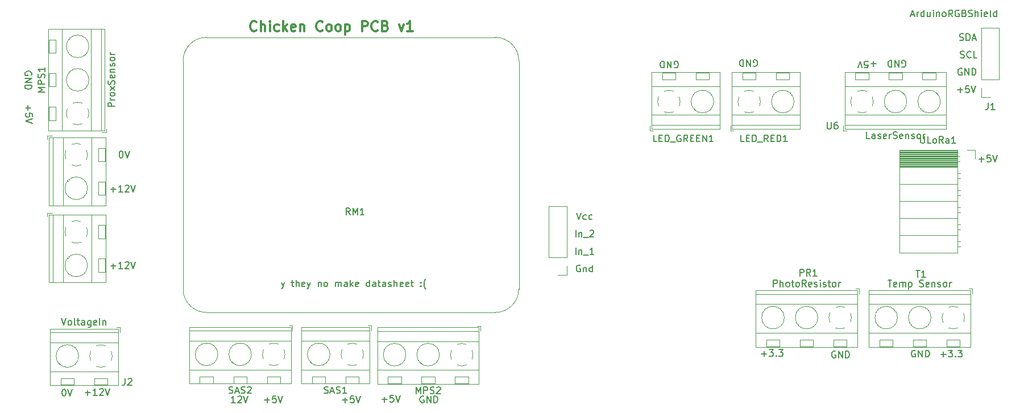
<source format=gbr>
G04 #@! TF.GenerationSoftware,KiCad,Pcbnew,(5.1.4)-1*
G04 #@! TF.CreationDate,2019-11-14T07:41:03-05:00*
G04 #@! TF.ProjectId,CapstoneSchematic,43617073-746f-46e6-9553-6368656d6174,rev?*
G04 #@! TF.SameCoordinates,Original*
G04 #@! TF.FileFunction,Legend,Top*
G04 #@! TF.FilePolarity,Positive*
%FSLAX46Y46*%
G04 Gerber Fmt 4.6, Leading zero omitted, Abs format (unit mm)*
G04 Created by KiCad (PCBNEW (5.1.4)-1) date 2019-11-14 07:41:03*
%MOMM*%
%LPD*%
G04 APERTURE LIST*
%ADD10C,0.150000*%
%ADD11C,0.300000*%
%ADD12C,0.120000*%
G04 APERTURE END LIST*
D10*
X105923809Y-92852380D02*
X106019047Y-92852380D01*
X106114285Y-92900000D01*
X106161904Y-92947619D01*
X106209523Y-93042857D01*
X106257142Y-93233333D01*
X106257142Y-93471428D01*
X106209523Y-93661904D01*
X106161904Y-93757142D01*
X106114285Y-93804761D01*
X106019047Y-93852380D01*
X105923809Y-93852380D01*
X105828571Y-93804761D01*
X105780952Y-93757142D01*
X105733333Y-93661904D01*
X105685714Y-93471428D01*
X105685714Y-93233333D01*
X105733333Y-93042857D01*
X105780952Y-92947619D01*
X105828571Y-92900000D01*
X105923809Y-92852380D01*
X106542857Y-92852380D02*
X106876190Y-93852380D01*
X107209523Y-92852380D01*
X104438095Y-98571428D02*
X105200000Y-98571428D01*
X104819047Y-98952380D02*
X104819047Y-98190476D01*
X106200000Y-98952380D02*
X105628571Y-98952380D01*
X105914285Y-98952380D02*
X105914285Y-97952380D01*
X105819047Y-98095238D01*
X105723809Y-98190476D01*
X105628571Y-98238095D01*
X106580952Y-98047619D02*
X106628571Y-98000000D01*
X106723809Y-97952380D01*
X106961904Y-97952380D01*
X107057142Y-98000000D01*
X107104761Y-98047619D01*
X107152380Y-98142857D01*
X107152380Y-98238095D01*
X107104761Y-98380952D01*
X106533333Y-98952380D01*
X107152380Y-98952380D01*
X107438095Y-97952380D02*
X107771428Y-98952380D01*
X108104761Y-97952380D01*
X104438095Y-109971428D02*
X105200000Y-109971428D01*
X104819047Y-110352380D02*
X104819047Y-109590476D01*
X106200000Y-110352380D02*
X105628571Y-110352380D01*
X105914285Y-110352380D02*
X105914285Y-109352380D01*
X105819047Y-109495238D01*
X105723809Y-109590476D01*
X105628571Y-109638095D01*
X106580952Y-109447619D02*
X106628571Y-109400000D01*
X106723809Y-109352380D01*
X106961904Y-109352380D01*
X107057142Y-109400000D01*
X107104761Y-109447619D01*
X107152380Y-109542857D01*
X107152380Y-109638095D01*
X107104761Y-109780952D01*
X106533333Y-110352380D01*
X107152380Y-110352380D01*
X107438095Y-109352380D02*
X107771428Y-110352380D01*
X108104761Y-109352380D01*
X97423809Y-128352380D02*
X97519047Y-128352380D01*
X97614285Y-128400000D01*
X97661904Y-128447619D01*
X97709523Y-128542857D01*
X97757142Y-128733333D01*
X97757142Y-128971428D01*
X97709523Y-129161904D01*
X97661904Y-129257142D01*
X97614285Y-129304761D01*
X97519047Y-129352380D01*
X97423809Y-129352380D01*
X97328571Y-129304761D01*
X97280952Y-129257142D01*
X97233333Y-129161904D01*
X97185714Y-128971428D01*
X97185714Y-128733333D01*
X97233333Y-128542857D01*
X97280952Y-128447619D01*
X97328571Y-128400000D01*
X97423809Y-128352380D01*
X98042857Y-128352380D02*
X98376190Y-129352380D01*
X98709523Y-128352380D01*
X100638095Y-128871428D02*
X101400000Y-128871428D01*
X101019047Y-129252380D02*
X101019047Y-128490476D01*
X102400000Y-129252380D02*
X101828571Y-129252380D01*
X102114285Y-129252380D02*
X102114285Y-128252380D01*
X102019047Y-128395238D01*
X101923809Y-128490476D01*
X101828571Y-128538095D01*
X102780952Y-128347619D02*
X102828571Y-128300000D01*
X102923809Y-128252380D01*
X103161904Y-128252380D01*
X103257142Y-128300000D01*
X103304761Y-128347619D01*
X103352380Y-128442857D01*
X103352380Y-128538095D01*
X103304761Y-128680952D01*
X102733333Y-129252380D01*
X103352380Y-129252380D01*
X103638095Y-128252380D02*
X103971428Y-129252380D01*
X104304761Y-128252380D01*
X92600000Y-81538095D02*
X92647619Y-81442857D01*
X92647619Y-81300000D01*
X92600000Y-81157142D01*
X92504761Y-81061904D01*
X92409523Y-81014285D01*
X92219047Y-80966666D01*
X92076190Y-80966666D01*
X91885714Y-81014285D01*
X91790476Y-81061904D01*
X91695238Y-81157142D01*
X91647619Y-81300000D01*
X91647619Y-81395238D01*
X91695238Y-81538095D01*
X91742857Y-81585714D01*
X92076190Y-81585714D01*
X92076190Y-81395238D01*
X91647619Y-82014285D02*
X92647619Y-82014285D01*
X91647619Y-82585714D01*
X92647619Y-82585714D01*
X91647619Y-83061904D02*
X92647619Y-83061904D01*
X92647619Y-83300000D01*
X92600000Y-83442857D01*
X92504761Y-83538095D01*
X92409523Y-83585714D01*
X92219047Y-83633333D01*
X92076190Y-83633333D01*
X91885714Y-83585714D01*
X91790476Y-83538095D01*
X91695238Y-83442857D01*
X91647619Y-83300000D01*
X91647619Y-83061904D01*
X92128571Y-86014285D02*
X92128571Y-86776190D01*
X91747619Y-86395238D02*
X92509523Y-86395238D01*
X92747619Y-87728571D02*
X92747619Y-87252380D01*
X92271428Y-87204761D01*
X92319047Y-87252380D01*
X92366666Y-87347619D01*
X92366666Y-87585714D01*
X92319047Y-87680952D01*
X92271428Y-87728571D01*
X92176190Y-87776190D01*
X91938095Y-87776190D01*
X91842857Y-87728571D01*
X91795238Y-87680952D01*
X91747619Y-87585714D01*
X91747619Y-87347619D01*
X91795238Y-87252380D01*
X91842857Y-87204761D01*
X92747619Y-88061904D02*
X91747619Y-88395238D01*
X92747619Y-88728571D01*
X233714285Y-94071428D02*
X234476190Y-94071428D01*
X234095238Y-94452380D02*
X234095238Y-93690476D01*
X235428571Y-93452380D02*
X234952380Y-93452380D01*
X234904761Y-93928571D01*
X234952380Y-93880952D01*
X235047619Y-93833333D01*
X235285714Y-93833333D01*
X235380952Y-93880952D01*
X235428571Y-93928571D01*
X235476190Y-94023809D01*
X235476190Y-94261904D01*
X235428571Y-94357142D01*
X235380952Y-94404761D01*
X235285714Y-94452380D01*
X235047619Y-94452380D01*
X234952380Y-94404761D01*
X234904761Y-94357142D01*
X235761904Y-93452380D02*
X236095238Y-94452380D01*
X236428571Y-93452380D01*
X228028571Y-123171428D02*
X228790476Y-123171428D01*
X228409523Y-123552380D02*
X228409523Y-122790476D01*
X229171428Y-122552380D02*
X229790476Y-122552380D01*
X229457142Y-122933333D01*
X229600000Y-122933333D01*
X229695238Y-122980952D01*
X229742857Y-123028571D01*
X229790476Y-123123809D01*
X229790476Y-123361904D01*
X229742857Y-123457142D01*
X229695238Y-123504761D01*
X229600000Y-123552380D01*
X229314285Y-123552380D01*
X229219047Y-123504761D01*
X229171428Y-123457142D01*
X230219047Y-123457142D02*
X230266666Y-123504761D01*
X230219047Y-123552380D01*
X230171428Y-123504761D01*
X230219047Y-123457142D01*
X230219047Y-123552380D01*
X230600000Y-122552380D02*
X231219047Y-122552380D01*
X230885714Y-122933333D01*
X231028571Y-122933333D01*
X231123809Y-122980952D01*
X231171428Y-123028571D01*
X231219047Y-123123809D01*
X231219047Y-123361904D01*
X231171428Y-123457142D01*
X231123809Y-123504761D01*
X231028571Y-123552380D01*
X230742857Y-123552380D01*
X230647619Y-123504761D01*
X230600000Y-123457142D01*
X201328571Y-123071428D02*
X202090476Y-123071428D01*
X201709523Y-123452380D02*
X201709523Y-122690476D01*
X202471428Y-122452380D02*
X203090476Y-122452380D01*
X202757142Y-122833333D01*
X202900000Y-122833333D01*
X202995238Y-122880952D01*
X203042857Y-122928571D01*
X203090476Y-123023809D01*
X203090476Y-123261904D01*
X203042857Y-123357142D01*
X202995238Y-123404761D01*
X202900000Y-123452380D01*
X202614285Y-123452380D01*
X202519047Y-123404761D01*
X202471428Y-123357142D01*
X203519047Y-123357142D02*
X203566666Y-123404761D01*
X203519047Y-123452380D01*
X203471428Y-123404761D01*
X203519047Y-123357142D01*
X203519047Y-123452380D01*
X203900000Y-122452380D02*
X204519047Y-122452380D01*
X204185714Y-122833333D01*
X204328571Y-122833333D01*
X204423809Y-122880952D01*
X204471428Y-122928571D01*
X204519047Y-123023809D01*
X204519047Y-123261904D01*
X204471428Y-123357142D01*
X204423809Y-123404761D01*
X204328571Y-123452380D01*
X204042857Y-123452380D01*
X203947619Y-123404761D01*
X203900000Y-123357142D01*
X212338095Y-122700000D02*
X212242857Y-122652380D01*
X212100000Y-122652380D01*
X211957142Y-122700000D01*
X211861904Y-122795238D01*
X211814285Y-122890476D01*
X211766666Y-123080952D01*
X211766666Y-123223809D01*
X211814285Y-123414285D01*
X211861904Y-123509523D01*
X211957142Y-123604761D01*
X212100000Y-123652380D01*
X212195238Y-123652380D01*
X212338095Y-123604761D01*
X212385714Y-123557142D01*
X212385714Y-123223809D01*
X212195238Y-123223809D01*
X212814285Y-123652380D02*
X212814285Y-122652380D01*
X213385714Y-123652380D01*
X213385714Y-122652380D01*
X213861904Y-123652380D02*
X213861904Y-122652380D01*
X214100000Y-122652380D01*
X214242857Y-122700000D01*
X214338095Y-122795238D01*
X214385714Y-122890476D01*
X214433333Y-123080952D01*
X214433333Y-123223809D01*
X214385714Y-123414285D01*
X214338095Y-123509523D01*
X214242857Y-123604761D01*
X214100000Y-123652380D01*
X213861904Y-123652380D01*
X224238095Y-122600000D02*
X224142857Y-122552380D01*
X224000000Y-122552380D01*
X223857142Y-122600000D01*
X223761904Y-122695238D01*
X223714285Y-122790476D01*
X223666666Y-122980952D01*
X223666666Y-123123809D01*
X223714285Y-123314285D01*
X223761904Y-123409523D01*
X223857142Y-123504761D01*
X224000000Y-123552380D01*
X224095238Y-123552380D01*
X224238095Y-123504761D01*
X224285714Y-123457142D01*
X224285714Y-123123809D01*
X224095238Y-123123809D01*
X224714285Y-123552380D02*
X224714285Y-122552380D01*
X225285714Y-123552380D01*
X225285714Y-122552380D01*
X225761904Y-123552380D02*
X225761904Y-122552380D01*
X226000000Y-122552380D01*
X226142857Y-122600000D01*
X226238095Y-122695238D01*
X226285714Y-122790476D01*
X226333333Y-122980952D01*
X226333333Y-123123809D01*
X226285714Y-123314285D01*
X226238095Y-123409523D01*
X226142857Y-123504761D01*
X226000000Y-123552380D01*
X225761904Y-123552380D01*
X151038095Y-129400000D02*
X150942857Y-129352380D01*
X150800000Y-129352380D01*
X150657142Y-129400000D01*
X150561904Y-129495238D01*
X150514285Y-129590476D01*
X150466666Y-129780952D01*
X150466666Y-129923809D01*
X150514285Y-130114285D01*
X150561904Y-130209523D01*
X150657142Y-130304761D01*
X150800000Y-130352380D01*
X150895238Y-130352380D01*
X151038095Y-130304761D01*
X151085714Y-130257142D01*
X151085714Y-129923809D01*
X150895238Y-129923809D01*
X151514285Y-130352380D02*
X151514285Y-129352380D01*
X152085714Y-130352380D01*
X152085714Y-129352380D01*
X152561904Y-130352380D02*
X152561904Y-129352380D01*
X152800000Y-129352380D01*
X152942857Y-129400000D01*
X153038095Y-129495238D01*
X153085714Y-129590476D01*
X153133333Y-129780952D01*
X153133333Y-129923809D01*
X153085714Y-130114285D01*
X153038095Y-130209523D01*
X152942857Y-130304761D01*
X152800000Y-130352380D01*
X152561904Y-130352380D01*
X188361904Y-80400000D02*
X188457142Y-80447619D01*
X188600000Y-80447619D01*
X188742857Y-80400000D01*
X188838095Y-80304761D01*
X188885714Y-80209523D01*
X188933333Y-80019047D01*
X188933333Y-79876190D01*
X188885714Y-79685714D01*
X188838095Y-79590476D01*
X188742857Y-79495238D01*
X188600000Y-79447619D01*
X188504761Y-79447619D01*
X188361904Y-79495238D01*
X188314285Y-79542857D01*
X188314285Y-79876190D01*
X188504761Y-79876190D01*
X187885714Y-79447619D02*
X187885714Y-80447619D01*
X187314285Y-79447619D01*
X187314285Y-80447619D01*
X186838095Y-79447619D02*
X186838095Y-80447619D01*
X186600000Y-80447619D01*
X186457142Y-80400000D01*
X186361904Y-80304761D01*
X186314285Y-80209523D01*
X186266666Y-80019047D01*
X186266666Y-79876190D01*
X186314285Y-79685714D01*
X186361904Y-79590476D01*
X186457142Y-79495238D01*
X186600000Y-79447619D01*
X186838095Y-79447619D01*
X200161904Y-80200000D02*
X200257142Y-80247619D01*
X200400000Y-80247619D01*
X200542857Y-80200000D01*
X200638095Y-80104761D01*
X200685714Y-80009523D01*
X200733333Y-79819047D01*
X200733333Y-79676190D01*
X200685714Y-79485714D01*
X200638095Y-79390476D01*
X200542857Y-79295238D01*
X200400000Y-79247619D01*
X200304761Y-79247619D01*
X200161904Y-79295238D01*
X200114285Y-79342857D01*
X200114285Y-79676190D01*
X200304761Y-79676190D01*
X199685714Y-79247619D02*
X199685714Y-80247619D01*
X199114285Y-79247619D01*
X199114285Y-80247619D01*
X198638095Y-79247619D02*
X198638095Y-80247619D01*
X198400000Y-80247619D01*
X198257142Y-80200000D01*
X198161904Y-80104761D01*
X198114285Y-80009523D01*
X198066666Y-79819047D01*
X198066666Y-79676190D01*
X198114285Y-79485714D01*
X198161904Y-79390476D01*
X198257142Y-79295238D01*
X198400000Y-79247619D01*
X198638095Y-79247619D01*
X222261904Y-80300000D02*
X222357142Y-80347619D01*
X222500000Y-80347619D01*
X222642857Y-80300000D01*
X222738095Y-80204761D01*
X222785714Y-80109523D01*
X222833333Y-79919047D01*
X222833333Y-79776190D01*
X222785714Y-79585714D01*
X222738095Y-79490476D01*
X222642857Y-79395238D01*
X222500000Y-79347619D01*
X222404761Y-79347619D01*
X222261904Y-79395238D01*
X222214285Y-79442857D01*
X222214285Y-79776190D01*
X222404761Y-79776190D01*
X221785714Y-79347619D02*
X221785714Y-80347619D01*
X221214285Y-79347619D01*
X221214285Y-80347619D01*
X220738095Y-79347619D02*
X220738095Y-80347619D01*
X220500000Y-80347619D01*
X220357142Y-80300000D01*
X220261904Y-80204761D01*
X220214285Y-80109523D01*
X220166666Y-79919047D01*
X220166666Y-79776190D01*
X220214285Y-79585714D01*
X220261904Y-79490476D01*
X220357142Y-79395238D01*
X220500000Y-79347619D01*
X220738095Y-79347619D01*
X218385714Y-79828571D02*
X217623809Y-79828571D01*
X218004761Y-79447619D02*
X218004761Y-80209523D01*
X216671428Y-80447619D02*
X217147619Y-80447619D01*
X217195238Y-79971428D01*
X217147619Y-80019047D01*
X217052380Y-80066666D01*
X216814285Y-80066666D01*
X216719047Y-80019047D01*
X216671428Y-79971428D01*
X216623809Y-79876190D01*
X216623809Y-79638095D01*
X216671428Y-79542857D01*
X216719047Y-79495238D01*
X216814285Y-79447619D01*
X217052380Y-79447619D01*
X217147619Y-79495238D01*
X217195238Y-79542857D01*
X216338095Y-80447619D02*
X216004761Y-79447619D01*
X215671428Y-80447619D01*
X144814285Y-129871428D02*
X145576190Y-129871428D01*
X145195238Y-130252380D02*
X145195238Y-129490476D01*
X146528571Y-129252380D02*
X146052380Y-129252380D01*
X146004761Y-129728571D01*
X146052380Y-129680952D01*
X146147619Y-129633333D01*
X146385714Y-129633333D01*
X146480952Y-129680952D01*
X146528571Y-129728571D01*
X146576190Y-129823809D01*
X146576190Y-130061904D01*
X146528571Y-130157142D01*
X146480952Y-130204761D01*
X146385714Y-130252380D01*
X146147619Y-130252380D01*
X146052380Y-130204761D01*
X146004761Y-130157142D01*
X146861904Y-129252380D02*
X147195238Y-130252380D01*
X147528571Y-129252380D01*
X138914285Y-129971428D02*
X139676190Y-129971428D01*
X139295238Y-130352380D02*
X139295238Y-129590476D01*
X140628571Y-129352380D02*
X140152380Y-129352380D01*
X140104761Y-129828571D01*
X140152380Y-129780952D01*
X140247619Y-129733333D01*
X140485714Y-129733333D01*
X140580952Y-129780952D01*
X140628571Y-129828571D01*
X140676190Y-129923809D01*
X140676190Y-130161904D01*
X140628571Y-130257142D01*
X140580952Y-130304761D01*
X140485714Y-130352380D01*
X140247619Y-130352380D01*
X140152380Y-130304761D01*
X140104761Y-130257142D01*
X140961904Y-129352380D02*
X141295238Y-130352380D01*
X141628571Y-129352380D01*
X127314285Y-129971428D02*
X128076190Y-129971428D01*
X127695238Y-130352380D02*
X127695238Y-129590476D01*
X129028571Y-129352380D02*
X128552380Y-129352380D01*
X128504761Y-129828571D01*
X128552380Y-129780952D01*
X128647619Y-129733333D01*
X128885714Y-129733333D01*
X128980952Y-129780952D01*
X129028571Y-129828571D01*
X129076190Y-129923809D01*
X129076190Y-130161904D01*
X129028571Y-130257142D01*
X128980952Y-130304761D01*
X128885714Y-130352380D01*
X128647619Y-130352380D01*
X128552380Y-130304761D01*
X128504761Y-130257142D01*
X129361904Y-129352380D02*
X129695238Y-130352380D01*
X130028571Y-129352380D01*
X122980952Y-130352380D02*
X122409523Y-130352380D01*
X122695238Y-130352380D02*
X122695238Y-129352380D01*
X122600000Y-129495238D01*
X122504761Y-129590476D01*
X122409523Y-129638095D01*
X123361904Y-129447619D02*
X123409523Y-129400000D01*
X123504761Y-129352380D01*
X123742857Y-129352380D01*
X123838095Y-129400000D01*
X123885714Y-129447619D01*
X123933333Y-129542857D01*
X123933333Y-129638095D01*
X123885714Y-129780952D01*
X123314285Y-130352380D01*
X123933333Y-130352380D01*
X124219047Y-129352380D02*
X124552380Y-130352380D01*
X124885714Y-129352380D01*
D11*
X126121428Y-74835714D02*
X126050000Y-74907142D01*
X125835714Y-74978571D01*
X125692857Y-74978571D01*
X125478571Y-74907142D01*
X125335714Y-74764285D01*
X125264285Y-74621428D01*
X125192857Y-74335714D01*
X125192857Y-74121428D01*
X125264285Y-73835714D01*
X125335714Y-73692857D01*
X125478571Y-73550000D01*
X125692857Y-73478571D01*
X125835714Y-73478571D01*
X126050000Y-73550000D01*
X126121428Y-73621428D01*
X126764285Y-74978571D02*
X126764285Y-73478571D01*
X127407142Y-74978571D02*
X127407142Y-74192857D01*
X127335714Y-74050000D01*
X127192857Y-73978571D01*
X126978571Y-73978571D01*
X126835714Y-74050000D01*
X126764285Y-74121428D01*
X128121428Y-74978571D02*
X128121428Y-73978571D01*
X128121428Y-73478571D02*
X128050000Y-73550000D01*
X128121428Y-73621428D01*
X128192857Y-73550000D01*
X128121428Y-73478571D01*
X128121428Y-73621428D01*
X129478571Y-74907142D02*
X129335714Y-74978571D01*
X129050000Y-74978571D01*
X128907142Y-74907142D01*
X128835714Y-74835714D01*
X128764285Y-74692857D01*
X128764285Y-74264285D01*
X128835714Y-74121428D01*
X128907142Y-74050000D01*
X129050000Y-73978571D01*
X129335714Y-73978571D01*
X129478571Y-74050000D01*
X130121428Y-74978571D02*
X130121428Y-73478571D01*
X130264285Y-74407142D02*
X130692857Y-74978571D01*
X130692857Y-73978571D02*
X130121428Y-74550000D01*
X131907142Y-74907142D02*
X131764285Y-74978571D01*
X131478571Y-74978571D01*
X131335714Y-74907142D01*
X131264285Y-74764285D01*
X131264285Y-74192857D01*
X131335714Y-74050000D01*
X131478571Y-73978571D01*
X131764285Y-73978571D01*
X131907142Y-74050000D01*
X131978571Y-74192857D01*
X131978571Y-74335714D01*
X131264285Y-74478571D01*
X132621428Y-73978571D02*
X132621428Y-74978571D01*
X132621428Y-74121428D02*
X132692857Y-74050000D01*
X132835714Y-73978571D01*
X133050000Y-73978571D01*
X133192857Y-74050000D01*
X133264285Y-74192857D01*
X133264285Y-74978571D01*
X135978571Y-74835714D02*
X135907142Y-74907142D01*
X135692857Y-74978571D01*
X135550000Y-74978571D01*
X135335714Y-74907142D01*
X135192857Y-74764285D01*
X135121428Y-74621428D01*
X135050000Y-74335714D01*
X135050000Y-74121428D01*
X135121428Y-73835714D01*
X135192857Y-73692857D01*
X135335714Y-73550000D01*
X135550000Y-73478571D01*
X135692857Y-73478571D01*
X135907142Y-73550000D01*
X135978571Y-73621428D01*
X136835714Y-74978571D02*
X136692857Y-74907142D01*
X136621428Y-74835714D01*
X136550000Y-74692857D01*
X136550000Y-74264285D01*
X136621428Y-74121428D01*
X136692857Y-74050000D01*
X136835714Y-73978571D01*
X137050000Y-73978571D01*
X137192857Y-74050000D01*
X137264285Y-74121428D01*
X137335714Y-74264285D01*
X137335714Y-74692857D01*
X137264285Y-74835714D01*
X137192857Y-74907142D01*
X137050000Y-74978571D01*
X136835714Y-74978571D01*
X138192857Y-74978571D02*
X138050000Y-74907142D01*
X137978571Y-74835714D01*
X137907142Y-74692857D01*
X137907142Y-74264285D01*
X137978571Y-74121428D01*
X138050000Y-74050000D01*
X138192857Y-73978571D01*
X138407142Y-73978571D01*
X138550000Y-74050000D01*
X138621428Y-74121428D01*
X138692857Y-74264285D01*
X138692857Y-74692857D01*
X138621428Y-74835714D01*
X138550000Y-74907142D01*
X138407142Y-74978571D01*
X138192857Y-74978571D01*
X139335714Y-73978571D02*
X139335714Y-75478571D01*
X139335714Y-74050000D02*
X139478571Y-73978571D01*
X139764285Y-73978571D01*
X139907142Y-74050000D01*
X139978571Y-74121428D01*
X140050000Y-74264285D01*
X140050000Y-74692857D01*
X139978571Y-74835714D01*
X139907142Y-74907142D01*
X139764285Y-74978571D01*
X139478571Y-74978571D01*
X139335714Y-74907142D01*
X141835714Y-74978571D02*
X141835714Y-73478571D01*
X142407142Y-73478571D01*
X142550000Y-73550000D01*
X142621428Y-73621428D01*
X142692857Y-73764285D01*
X142692857Y-73978571D01*
X142621428Y-74121428D01*
X142550000Y-74192857D01*
X142407142Y-74264285D01*
X141835714Y-74264285D01*
X144192857Y-74835714D02*
X144121428Y-74907142D01*
X143907142Y-74978571D01*
X143764285Y-74978571D01*
X143550000Y-74907142D01*
X143407142Y-74764285D01*
X143335714Y-74621428D01*
X143264285Y-74335714D01*
X143264285Y-74121428D01*
X143335714Y-73835714D01*
X143407142Y-73692857D01*
X143550000Y-73550000D01*
X143764285Y-73478571D01*
X143907142Y-73478571D01*
X144121428Y-73550000D01*
X144192857Y-73621428D01*
X145335714Y-74192857D02*
X145550000Y-74264285D01*
X145621428Y-74335714D01*
X145692857Y-74478571D01*
X145692857Y-74692857D01*
X145621428Y-74835714D01*
X145550000Y-74907142D01*
X145407142Y-74978571D01*
X144835714Y-74978571D01*
X144835714Y-73478571D01*
X145335714Y-73478571D01*
X145478571Y-73550000D01*
X145550000Y-73621428D01*
X145621428Y-73764285D01*
X145621428Y-73907142D01*
X145550000Y-74050000D01*
X145478571Y-74121428D01*
X145335714Y-74192857D01*
X144835714Y-74192857D01*
X147335714Y-73978571D02*
X147692857Y-74978571D01*
X148050000Y-73978571D01*
X149407142Y-74978571D02*
X148550000Y-74978571D01*
X148978571Y-74978571D02*
X148978571Y-73478571D01*
X148835714Y-73692857D01*
X148692857Y-73835714D01*
X148550000Y-73907142D01*
D10*
X230824600Y-76329761D02*
X230967457Y-76377380D01*
X231205552Y-76377380D01*
X231300790Y-76329761D01*
X231348409Y-76282142D01*
X231396028Y-76186904D01*
X231396028Y-76091666D01*
X231348409Y-75996428D01*
X231300790Y-75948809D01*
X231205552Y-75901190D01*
X231015076Y-75853571D01*
X230919838Y-75805952D01*
X230872219Y-75758333D01*
X230824600Y-75663095D01*
X230824600Y-75567857D01*
X230872219Y-75472619D01*
X230919838Y-75425000D01*
X231015076Y-75377380D01*
X231253171Y-75377380D01*
X231396028Y-75425000D01*
X231824600Y-76377380D02*
X231824600Y-75377380D01*
X232062695Y-75377380D01*
X232205552Y-75425000D01*
X232300790Y-75520238D01*
X232348409Y-75615476D01*
X232396028Y-75805952D01*
X232396028Y-75948809D01*
X232348409Y-76139285D01*
X232300790Y-76234523D01*
X232205552Y-76329761D01*
X232062695Y-76377380D01*
X231824600Y-76377380D01*
X232776981Y-76091666D02*
X233253171Y-76091666D01*
X232681743Y-76377380D02*
X233015076Y-75377380D01*
X233348409Y-76377380D01*
X230959519Y-78913094D02*
X231102376Y-78960713D01*
X231340472Y-78960713D01*
X231435710Y-78913094D01*
X231483329Y-78865475D01*
X231530948Y-78770237D01*
X231530948Y-78674999D01*
X231483329Y-78579761D01*
X231435710Y-78532142D01*
X231340472Y-78484523D01*
X231149996Y-78436904D01*
X231054757Y-78389285D01*
X231007138Y-78341666D01*
X230959519Y-78246428D01*
X230959519Y-78151190D01*
X231007138Y-78055952D01*
X231054757Y-78008333D01*
X231149996Y-77960713D01*
X231388091Y-77960713D01*
X231530948Y-78008333D01*
X232530948Y-78865475D02*
X232483329Y-78913094D01*
X232340472Y-78960713D01*
X232245234Y-78960713D01*
X232102376Y-78913094D01*
X232007138Y-78817856D01*
X231959519Y-78722618D01*
X231911900Y-78532142D01*
X231911900Y-78389285D01*
X231959519Y-78198809D01*
X232007138Y-78103571D01*
X232102376Y-78008333D01*
X232245234Y-77960713D01*
X232340472Y-77960713D01*
X232483329Y-78008333D01*
X232530948Y-78055952D01*
X233435710Y-78960713D02*
X232959519Y-78960713D01*
X232959519Y-77960713D01*
X231165871Y-80591666D02*
X231070633Y-80544046D01*
X230927776Y-80544046D01*
X230784918Y-80591666D01*
X230689680Y-80686904D01*
X230642061Y-80782142D01*
X230594442Y-80972618D01*
X230594442Y-81115475D01*
X230642061Y-81305951D01*
X230689680Y-81401189D01*
X230784918Y-81496427D01*
X230927776Y-81544046D01*
X231023014Y-81544046D01*
X231165871Y-81496427D01*
X231213490Y-81448808D01*
X231213490Y-81115475D01*
X231023014Y-81115475D01*
X231642061Y-81544046D02*
X231642061Y-80544046D01*
X232213490Y-81544046D01*
X232213490Y-80544046D01*
X232689680Y-81544046D02*
X232689680Y-80544046D01*
X232927776Y-80544046D01*
X233070633Y-80591666D01*
X233165871Y-80686904D01*
X233213490Y-80782142D01*
X233261109Y-80972618D01*
X233261109Y-81115475D01*
X233213490Y-81305951D01*
X233165871Y-81401189D01*
X233070633Y-81496427D01*
X232927776Y-81544046D01*
X232689680Y-81544046D01*
X230530951Y-83746428D02*
X231292856Y-83746428D01*
X230911904Y-84127380D02*
X230911904Y-83365476D01*
X232245237Y-83127380D02*
X231769046Y-83127380D01*
X231721427Y-83603571D01*
X231769046Y-83555952D01*
X231864285Y-83508333D01*
X232102380Y-83508333D01*
X232197618Y-83555952D01*
X232245237Y-83603571D01*
X232292856Y-83698809D01*
X232292856Y-83936904D01*
X232245237Y-84032142D01*
X232197618Y-84079761D01*
X232102380Y-84127380D01*
X231864285Y-84127380D01*
X231769046Y-84079761D01*
X231721427Y-84032142D01*
X232578570Y-83127380D02*
X232911904Y-84127380D01*
X233245237Y-83127380D01*
D12*
X103800000Y-90050000D02*
X103800000Y-89550000D01*
X103060000Y-90050000D02*
X103800000Y-90050000D01*
X95200000Y-76250000D02*
X96200000Y-76250000D01*
X95200000Y-78250000D02*
X96200000Y-78250000D01*
X96200000Y-78250000D02*
X96200000Y-76250000D01*
X95200000Y-78250000D02*
X95200000Y-76250000D01*
X100523000Y-78477000D02*
X100569000Y-78524000D01*
X98225000Y-76180000D02*
X98261000Y-76215000D01*
X100739000Y-78284000D02*
X100774000Y-78319000D01*
X98431000Y-75975000D02*
X98477000Y-76022000D01*
X95200000Y-81250000D02*
X96200000Y-81250000D01*
X95200000Y-83250000D02*
X96200000Y-83250000D01*
X96200000Y-83250000D02*
X96200000Y-81250000D01*
X95200000Y-83250000D02*
X95200000Y-81250000D01*
X100523000Y-83477000D02*
X100569000Y-83524000D01*
X98225000Y-81180000D02*
X98261000Y-81215000D01*
X100739000Y-83284000D02*
X100774000Y-83319000D01*
X98431000Y-80975000D02*
X98477000Y-81022000D01*
X95200000Y-86250000D02*
X96200000Y-86250000D01*
X95200000Y-88250000D02*
X96200000Y-88250000D01*
X96200000Y-88250000D02*
X96200000Y-86250000D01*
X95200000Y-88250000D02*
X95200000Y-86250000D01*
X95140000Y-74690000D02*
X103560000Y-74690000D01*
X95140000Y-89810000D02*
X103560000Y-89810000D01*
X103560000Y-89810000D02*
X103560000Y-74690000D01*
X95140000Y-89810000D02*
X95140000Y-74690000D01*
X97199000Y-89810000D02*
X97199000Y-74690000D01*
X101500000Y-89810000D02*
X101500000Y-74690000D01*
X103000000Y-89810000D02*
X103000000Y-74690000D01*
X101180000Y-77250000D02*
G75*
G03X101180000Y-77250000I-1680000J0D01*
G01*
X101180000Y-82250000D02*
G75*
G03X101180000Y-82250000I-1680000J0D01*
G01*
X101180253Y-87221195D02*
G75*
G02X101035000Y-87934000I-1680253J-28805D01*
G01*
X100183042Y-88785426D02*
G75*
G02X98816000Y-88785000I-683042J1535426D01*
G01*
X97964574Y-87933042D02*
G75*
G02X97965000Y-86566000I1535426J683042D01*
G01*
X98816958Y-85714574D02*
G75*
G02X100184000Y-85715000I683042J-1535426D01*
G01*
X101034756Y-86566682D02*
G75*
G02X101180000Y-87250000I-1534756J-683318D01*
G01*
X103600000Y-97400000D02*
X102600000Y-97400000D01*
X103600000Y-99400000D02*
X102600000Y-99400000D01*
X102600000Y-97400000D02*
X102600000Y-99400000D01*
X98277000Y-97173000D02*
X98231000Y-97126000D01*
X95000000Y-90600000D02*
X95000000Y-91100000D01*
X100575000Y-99470000D02*
X100539000Y-99435000D01*
X103600000Y-94400000D02*
X102600000Y-94400000D01*
X102600000Y-92400000D02*
X102600000Y-94400000D01*
X97300000Y-90840000D02*
X97300000Y-100960000D01*
X103600000Y-92400000D02*
X103600000Y-94400000D01*
X97619747Y-93428805D02*
G75*
G02X97765000Y-92716000I1680253J28805D01*
G01*
X100369000Y-99675000D02*
X100323000Y-99628000D01*
X100835426Y-92716958D02*
G75*
G02X100835000Y-94084000I-1535426J-683042D01*
G01*
X103660000Y-90840000D02*
X95240000Y-90840000D01*
X95240000Y-90840000D02*
X95240000Y-100960000D01*
X101601000Y-90840000D02*
X101601000Y-100960000D01*
X103600000Y-97400000D02*
X103600000Y-99400000D01*
X98061000Y-97366000D02*
X98026000Y-97331000D01*
X103600000Y-92400000D02*
X102600000Y-92400000D01*
X100980000Y-98400000D02*
G75*
G03X100980000Y-98400000I-1680000J0D01*
G01*
X103660000Y-90840000D02*
X103660000Y-100960000D01*
X95740000Y-90600000D02*
X95000000Y-90600000D01*
X95800000Y-90840000D02*
X95800000Y-100960000D01*
X97765244Y-94083318D02*
G75*
G02X97620000Y-93400000I1534756J683318D01*
G01*
X98616958Y-91864574D02*
G75*
G02X99984000Y-91865000I683042J-1535426D01*
G01*
X103660000Y-100960000D02*
X95240000Y-100960000D01*
X99983042Y-94935426D02*
G75*
G02X98616000Y-94935000I-683042J1535426D01*
G01*
X100980000Y-109900000D02*
G75*
G03X100980000Y-109900000I-1680000J0D01*
G01*
X97765244Y-105583318D02*
G75*
G02X97620000Y-104900000I1534756J683318D01*
G01*
X95800000Y-102340000D02*
X95800000Y-112460000D01*
X97300000Y-102340000D02*
X97300000Y-112460000D01*
X101601000Y-102340000D02*
X101601000Y-112460000D01*
X103660000Y-102340000D02*
X103660000Y-112460000D01*
X95240000Y-102340000D02*
X95240000Y-112460000D01*
X103660000Y-102340000D02*
X95240000Y-102340000D01*
X103660000Y-112460000D02*
X95240000Y-112460000D01*
X99983042Y-106435426D02*
G75*
G02X98616000Y-106435000I-683042J1535426D01*
G01*
X100835426Y-104216958D02*
G75*
G02X100835000Y-105584000I-1535426J-683042D01*
G01*
X98616958Y-103364574D02*
G75*
G02X99984000Y-103365000I683042J-1535426D01*
G01*
X97619747Y-104928805D02*
G75*
G02X97765000Y-104216000I1680253J28805D01*
G01*
X103600000Y-103900000D02*
X102600000Y-103900000D01*
X100369000Y-111175000D02*
X100323000Y-111128000D01*
X103600000Y-108900000D02*
X103600000Y-110900000D01*
X95740000Y-102100000D02*
X95000000Y-102100000D01*
X103600000Y-103900000D02*
X103600000Y-105900000D01*
X98061000Y-108866000D02*
X98026000Y-108831000D01*
X102600000Y-108900000D02*
X102600000Y-110900000D01*
X103600000Y-110900000D02*
X102600000Y-110900000D01*
X100575000Y-110970000D02*
X100539000Y-110935000D01*
X103600000Y-108900000D02*
X102600000Y-108900000D01*
X95000000Y-102100000D02*
X95000000Y-102600000D01*
X98277000Y-108673000D02*
X98231000Y-108626000D01*
X102600000Y-103900000D02*
X102600000Y-105900000D01*
X103600000Y-105900000D02*
X102600000Y-105900000D01*
X169670000Y-108730000D02*
X169670000Y-101050000D01*
X172330000Y-108730000D02*
X172330000Y-101050000D01*
X172330000Y-110000000D02*
X172330000Y-111330000D01*
X172330000Y-108730000D02*
X169670000Y-108730000D01*
X172330000Y-101050000D02*
X169670000Y-101050000D01*
X172330000Y-111330000D02*
X171000000Y-111330000D01*
X161700000Y-75900000D02*
G75*
G02X165200000Y-79400000I0J-3500000D01*
G01*
X165200000Y-113400000D02*
G75*
G02X161700000Y-116900000I-3500000J0D01*
G01*
X118700000Y-116900000D02*
G75*
G02X115200000Y-113400000I0J3500000D01*
G01*
X115200000Y-79400000D02*
G75*
G02X118700000Y-75900000I3500000J0D01*
G01*
X161700000Y-116900000D02*
X118700000Y-116900000D01*
X115200000Y-79400000D02*
X115200000Y-113400000D01*
X165200000Y-79400000D02*
X165200000Y-113400000D01*
X118700000Y-75900000D02*
X161700000Y-75900000D01*
X131500000Y-118850000D02*
X131000000Y-118850000D01*
X131500000Y-119590000D02*
X131500000Y-118850000D01*
X117700000Y-127450000D02*
X117700000Y-126450000D01*
X119700000Y-127450000D02*
X119700000Y-126450000D01*
X119700000Y-126450000D02*
X117700000Y-126450000D01*
X119700000Y-127450000D02*
X117700000Y-127450000D01*
X119927000Y-122127000D02*
X119974000Y-122081000D01*
X117630000Y-124425000D02*
X117665000Y-124389000D01*
X119734000Y-121911000D02*
X119769000Y-121876000D01*
X117425000Y-124219000D02*
X117472000Y-124173000D01*
X122700000Y-127450000D02*
X122700000Y-126450000D01*
X124700000Y-127450000D02*
X124700000Y-126450000D01*
X124700000Y-126450000D02*
X122700000Y-126450000D01*
X124700000Y-127450000D02*
X122700000Y-127450000D01*
X124927000Y-122127000D02*
X124974000Y-122081000D01*
X122630000Y-124425000D02*
X122665000Y-124389000D01*
X124734000Y-121911000D02*
X124769000Y-121876000D01*
X122425000Y-124219000D02*
X122472000Y-124173000D01*
X127700000Y-127450000D02*
X127700000Y-126450000D01*
X129700000Y-127450000D02*
X129700000Y-126450000D01*
X129700000Y-126450000D02*
X127700000Y-126450000D01*
X129700000Y-127450000D02*
X127700000Y-127450000D01*
X116140000Y-127510000D02*
X116140000Y-119090000D01*
X131260000Y-127510000D02*
X131260000Y-119090000D01*
X131260000Y-119090000D02*
X116140000Y-119090000D01*
X131260000Y-127510000D02*
X116140000Y-127510000D01*
X131260000Y-125451000D02*
X116140000Y-125451000D01*
X131260000Y-121150000D02*
X116140000Y-121150000D01*
X131260000Y-119650000D02*
X116140000Y-119650000D01*
X120380000Y-123150000D02*
G75*
G03X120380000Y-123150000I-1680000J0D01*
G01*
X125380000Y-123150000D02*
G75*
G03X125380000Y-123150000I-1680000J0D01*
G01*
X128671195Y-121469747D02*
G75*
G02X129384000Y-121615000I28805J-1680253D01*
G01*
X130235426Y-122466958D02*
G75*
G02X130235000Y-123834000I-1535426J-683042D01*
G01*
X129383042Y-124685426D02*
G75*
G02X128016000Y-124685000I-683042J1535426D01*
G01*
X127164574Y-123833042D02*
G75*
G02X127165000Y-122466000I1535426J683042D01*
G01*
X128016682Y-121615244D02*
G75*
G02X128700000Y-121470000I683318J-1534756D01*
G01*
X143200000Y-118855000D02*
X142700000Y-118855000D01*
X143200000Y-119595000D02*
X143200000Y-118855000D01*
X134400000Y-127455000D02*
X134400000Y-126455000D01*
X136400000Y-127455000D02*
X136400000Y-126455000D01*
X136400000Y-126455000D02*
X134400000Y-126455000D01*
X136400000Y-127455000D02*
X134400000Y-127455000D01*
X136627000Y-122132000D02*
X136674000Y-122086000D01*
X134330000Y-124430000D02*
X134365000Y-124394000D01*
X136434000Y-121916000D02*
X136469000Y-121881000D01*
X134125000Y-124224000D02*
X134172000Y-124178000D01*
X139400000Y-127455000D02*
X139400000Y-126455000D01*
X141400000Y-127455000D02*
X141400000Y-126455000D01*
X141400000Y-126455000D02*
X139400000Y-126455000D01*
X141400000Y-127455000D02*
X139400000Y-127455000D01*
X132840000Y-127515000D02*
X132840000Y-119095000D01*
X142960000Y-127515000D02*
X142960000Y-119095000D01*
X142960000Y-119095000D02*
X132840000Y-119095000D01*
X142960000Y-127515000D02*
X132840000Y-127515000D01*
X142960000Y-125456000D02*
X132840000Y-125456000D01*
X142960000Y-121155000D02*
X132840000Y-121155000D01*
X142960000Y-119655000D02*
X132840000Y-119655000D01*
X137080000Y-123155000D02*
G75*
G03X137080000Y-123155000I-1680000J0D01*
G01*
X140371195Y-121474747D02*
G75*
G02X141084000Y-121620000I28805J-1680253D01*
G01*
X141935426Y-122471958D02*
G75*
G02X141935000Y-123839000I-1535426J-683042D01*
G01*
X141083042Y-124690426D02*
G75*
G02X139716000Y-124690000I-683042J1535426D01*
G01*
X138864574Y-123838042D02*
G75*
G02X138865000Y-122471000I1535426J683042D01*
G01*
X139716682Y-121620244D02*
G75*
G02X140400000Y-121475000I683318J-1534756D01*
G01*
X159500000Y-118900000D02*
X159000000Y-118900000D01*
X159500000Y-119640000D02*
X159500000Y-118900000D01*
X145700000Y-127500000D02*
X145700000Y-126500000D01*
X147700000Y-127500000D02*
X147700000Y-126500000D01*
X147700000Y-126500000D02*
X145700000Y-126500000D01*
X147700000Y-127500000D02*
X145700000Y-127500000D01*
X147927000Y-122177000D02*
X147974000Y-122131000D01*
X145630000Y-124475000D02*
X145665000Y-124439000D01*
X147734000Y-121961000D02*
X147769000Y-121926000D01*
X145425000Y-124269000D02*
X145472000Y-124223000D01*
X150700000Y-127500000D02*
X150700000Y-126500000D01*
X152700000Y-127500000D02*
X152700000Y-126500000D01*
X152700000Y-126500000D02*
X150700000Y-126500000D01*
X152700000Y-127500000D02*
X150700000Y-127500000D01*
X152927000Y-122177000D02*
X152974000Y-122131000D01*
X150630000Y-124475000D02*
X150665000Y-124439000D01*
X152734000Y-121961000D02*
X152769000Y-121926000D01*
X150425000Y-124269000D02*
X150472000Y-124223000D01*
X155700000Y-127500000D02*
X155700000Y-126500000D01*
X157700000Y-127500000D02*
X157700000Y-126500000D01*
X157700000Y-126500000D02*
X155700000Y-126500000D01*
X157700000Y-127500000D02*
X155700000Y-127500000D01*
X144140000Y-127560000D02*
X144140000Y-119140000D01*
X159260000Y-127560000D02*
X159260000Y-119140000D01*
X159260000Y-119140000D02*
X144140000Y-119140000D01*
X159260000Y-127560000D02*
X144140000Y-127560000D01*
X159260000Y-125501000D02*
X144140000Y-125501000D01*
X159260000Y-121200000D02*
X144140000Y-121200000D01*
X159260000Y-119700000D02*
X144140000Y-119700000D01*
X148380000Y-123200000D02*
G75*
G03X148380000Y-123200000I-1680000J0D01*
G01*
X153380000Y-123200000D02*
G75*
G03X153380000Y-123200000I-1680000J0D01*
G01*
X156671195Y-121519747D02*
G75*
G02X157384000Y-121665000I28805J-1680253D01*
G01*
X158235426Y-122516958D02*
G75*
G02X158235000Y-123884000I-1535426J-683042D01*
G01*
X157383042Y-124735426D02*
G75*
G02X156016000Y-124735000I-683042J1535426D01*
G01*
X155164574Y-123883042D02*
G75*
G02X155165000Y-122516000I1535426J683042D01*
G01*
X156016682Y-121665244D02*
G75*
G02X156700000Y-121520000I683318J-1534756D01*
G01*
X105775000Y-119100000D02*
X105275000Y-119100000D01*
X105775000Y-119840000D02*
X105775000Y-119100000D01*
X96975000Y-127700000D02*
X96975000Y-126700000D01*
X98975000Y-127700000D02*
X98975000Y-126700000D01*
X98975000Y-126700000D02*
X96975000Y-126700000D01*
X98975000Y-127700000D02*
X96975000Y-127700000D01*
X99202000Y-122377000D02*
X99249000Y-122331000D01*
X96905000Y-124675000D02*
X96940000Y-124639000D01*
X99009000Y-122161000D02*
X99044000Y-122126000D01*
X96700000Y-124469000D02*
X96747000Y-124423000D01*
X101975000Y-127700000D02*
X101975000Y-126700000D01*
X103975000Y-127700000D02*
X103975000Y-126700000D01*
X103975000Y-126700000D02*
X101975000Y-126700000D01*
X103975000Y-127700000D02*
X101975000Y-127700000D01*
X95415000Y-127760000D02*
X95415000Y-119340000D01*
X105535000Y-127760000D02*
X105535000Y-119340000D01*
X105535000Y-119340000D02*
X95415000Y-119340000D01*
X105535000Y-127760000D02*
X95415000Y-127760000D01*
X105535000Y-125701000D02*
X95415000Y-125701000D01*
X105535000Y-121400000D02*
X95415000Y-121400000D01*
X105535000Y-119900000D02*
X95415000Y-119900000D01*
X99655000Y-123400000D02*
G75*
G03X99655000Y-123400000I-1680000J0D01*
G01*
X102946195Y-121719747D02*
G75*
G02X103659000Y-121865000I28805J-1680253D01*
G01*
X104510426Y-122716958D02*
G75*
G02X104510000Y-124084000I-1535426J-683042D01*
G01*
X103658042Y-124935426D02*
G75*
G02X102291000Y-124935000I-683042J1535426D01*
G01*
X101439574Y-124083042D02*
G75*
G02X101440000Y-122716000I1535426J683042D01*
G01*
X102291682Y-121865244D02*
G75*
G02X102975000Y-121720000I683318J-1534756D01*
G01*
X215850000Y-113375000D02*
X215350000Y-113375000D01*
X215850000Y-114115000D02*
X215850000Y-113375000D01*
X202050000Y-121975000D02*
X202050000Y-120975000D01*
X204050000Y-121975000D02*
X204050000Y-120975000D01*
X204050000Y-120975000D02*
X202050000Y-120975000D01*
X204050000Y-121975000D02*
X202050000Y-121975000D01*
X204277000Y-116652000D02*
X204324000Y-116606000D01*
X201980000Y-118950000D02*
X202015000Y-118914000D01*
X204084000Y-116436000D02*
X204119000Y-116401000D01*
X201775000Y-118744000D02*
X201822000Y-118698000D01*
X207050000Y-121975000D02*
X207050000Y-120975000D01*
X209050000Y-121975000D02*
X209050000Y-120975000D01*
X209050000Y-120975000D02*
X207050000Y-120975000D01*
X209050000Y-121975000D02*
X207050000Y-121975000D01*
X209277000Y-116652000D02*
X209324000Y-116606000D01*
X206980000Y-118950000D02*
X207015000Y-118914000D01*
X209084000Y-116436000D02*
X209119000Y-116401000D01*
X206775000Y-118744000D02*
X206822000Y-118698000D01*
X212050000Y-121975000D02*
X212050000Y-120975000D01*
X214050000Y-121975000D02*
X214050000Y-120975000D01*
X214050000Y-120975000D02*
X212050000Y-120975000D01*
X214050000Y-121975000D02*
X212050000Y-121975000D01*
X200490000Y-122035000D02*
X200490000Y-113615000D01*
X215610000Y-122035000D02*
X215610000Y-113615000D01*
X215610000Y-113615000D02*
X200490000Y-113615000D01*
X215610000Y-122035000D02*
X200490000Y-122035000D01*
X215610000Y-119976000D02*
X200490000Y-119976000D01*
X215610000Y-115675000D02*
X200490000Y-115675000D01*
X215610000Y-114175000D02*
X200490000Y-114175000D01*
X204730000Y-117675000D02*
G75*
G03X204730000Y-117675000I-1680000J0D01*
G01*
X209730000Y-117675000D02*
G75*
G03X209730000Y-117675000I-1680000J0D01*
G01*
X213021195Y-115994747D02*
G75*
G02X213734000Y-116140000I28805J-1680253D01*
G01*
X214585426Y-116991958D02*
G75*
G02X214585000Y-118359000I-1535426J-683042D01*
G01*
X213733042Y-119210426D02*
G75*
G02X212366000Y-119210000I-683042J1535426D01*
G01*
X211514574Y-118358042D02*
G75*
G02X211515000Y-116991000I1535426J683042D01*
G01*
X212366682Y-116140244D02*
G75*
G02X213050000Y-115995000I683318J-1534756D01*
G01*
X232700000Y-113375000D02*
X232200000Y-113375000D01*
X232700000Y-114115000D02*
X232700000Y-113375000D01*
X218900000Y-121975000D02*
X218900000Y-120975000D01*
X220900000Y-121975000D02*
X220900000Y-120975000D01*
X220900000Y-120975000D02*
X218900000Y-120975000D01*
X220900000Y-121975000D02*
X218900000Y-121975000D01*
X221127000Y-116652000D02*
X221174000Y-116606000D01*
X218830000Y-118950000D02*
X218865000Y-118914000D01*
X220934000Y-116436000D02*
X220969000Y-116401000D01*
X218625000Y-118744000D02*
X218672000Y-118698000D01*
X223900000Y-121975000D02*
X223900000Y-120975000D01*
X225900000Y-121975000D02*
X225900000Y-120975000D01*
X225900000Y-120975000D02*
X223900000Y-120975000D01*
X225900000Y-121975000D02*
X223900000Y-121975000D01*
X226127000Y-116652000D02*
X226174000Y-116606000D01*
X223830000Y-118950000D02*
X223865000Y-118914000D01*
X225934000Y-116436000D02*
X225969000Y-116401000D01*
X223625000Y-118744000D02*
X223672000Y-118698000D01*
X228900000Y-121975000D02*
X228900000Y-120975000D01*
X230900000Y-121975000D02*
X230900000Y-120975000D01*
X230900000Y-120975000D02*
X228900000Y-120975000D01*
X230900000Y-121975000D02*
X228900000Y-121975000D01*
X217340000Y-122035000D02*
X217340000Y-113615000D01*
X232460000Y-122035000D02*
X232460000Y-113615000D01*
X232460000Y-113615000D02*
X217340000Y-113615000D01*
X232460000Y-122035000D02*
X217340000Y-122035000D01*
X232460000Y-119976000D02*
X217340000Y-119976000D01*
X232460000Y-115675000D02*
X217340000Y-115675000D01*
X232460000Y-114175000D02*
X217340000Y-114175000D01*
X221580000Y-117675000D02*
G75*
G03X221580000Y-117675000I-1680000J0D01*
G01*
X226580000Y-117675000D02*
G75*
G03X226580000Y-117675000I-1680000J0D01*
G01*
X229871195Y-115994747D02*
G75*
G02X230584000Y-116140000I28805J-1680253D01*
G01*
X231435426Y-116991958D02*
G75*
G02X231435000Y-118359000I-1535426J-683042D01*
G01*
X230583042Y-119210426D02*
G75*
G02X229216000Y-119210000I-683042J1535426D01*
G01*
X228364574Y-118358042D02*
G75*
G02X228365000Y-116991000I1535426J683042D01*
G01*
X229216682Y-116140244D02*
G75*
G02X229900000Y-115995000I683318J-1534756D01*
G01*
X196700000Y-89775000D02*
X197200000Y-89775000D01*
X196700000Y-89035000D02*
X196700000Y-89775000D01*
X205500000Y-81175000D02*
X205500000Y-82175000D01*
X203500000Y-81175000D02*
X203500000Y-82175000D01*
X203500000Y-82175000D02*
X205500000Y-82175000D01*
X203500000Y-81175000D02*
X205500000Y-81175000D01*
X203273000Y-86498000D02*
X203226000Y-86544000D01*
X205570000Y-84200000D02*
X205535000Y-84236000D01*
X203466000Y-86714000D02*
X203431000Y-86749000D01*
X205775000Y-84406000D02*
X205728000Y-84452000D01*
X200500000Y-81175000D02*
X200500000Y-82175000D01*
X198500000Y-81175000D02*
X198500000Y-82175000D01*
X198500000Y-82175000D02*
X200500000Y-82175000D01*
X198500000Y-81175000D02*
X200500000Y-81175000D01*
X207060000Y-81115000D02*
X207060000Y-89535000D01*
X196940000Y-81115000D02*
X196940000Y-89535000D01*
X196940000Y-89535000D02*
X207060000Y-89535000D01*
X196940000Y-81115000D02*
X207060000Y-81115000D01*
X196940000Y-83174000D02*
X207060000Y-83174000D01*
X196940000Y-87475000D02*
X207060000Y-87475000D01*
X196940000Y-88975000D02*
X207060000Y-88975000D01*
X206180000Y-85475000D02*
G75*
G03X206180000Y-85475000I-1680000J0D01*
G01*
X199528805Y-87155253D02*
G75*
G02X198816000Y-87010000I-28805J1680253D01*
G01*
X197964574Y-86158042D02*
G75*
G02X197965000Y-84791000I1535426J683042D01*
G01*
X198816958Y-83939574D02*
G75*
G02X200184000Y-83940000I683042J-1535426D01*
G01*
X201035426Y-84791958D02*
G75*
G02X201035000Y-86159000I-1535426J-683042D01*
G01*
X200183318Y-87009756D02*
G75*
G02X199500000Y-87155000I-683318J1534756D01*
G01*
X184745000Y-89775000D02*
X185245000Y-89775000D01*
X184745000Y-89035000D02*
X184745000Y-89775000D01*
X193545000Y-81175000D02*
X193545000Y-82175000D01*
X191545000Y-81175000D02*
X191545000Y-82175000D01*
X191545000Y-82175000D02*
X193545000Y-82175000D01*
X191545000Y-81175000D02*
X193545000Y-81175000D01*
X191318000Y-86498000D02*
X191271000Y-86544000D01*
X193615000Y-84200000D02*
X193580000Y-84236000D01*
X191511000Y-86714000D02*
X191476000Y-86749000D01*
X193820000Y-84406000D02*
X193773000Y-84452000D01*
X188545000Y-81175000D02*
X188545000Y-82175000D01*
X186545000Y-81175000D02*
X186545000Y-82175000D01*
X186545000Y-82175000D02*
X188545000Y-82175000D01*
X186545000Y-81175000D02*
X188545000Y-81175000D01*
X195105000Y-81115000D02*
X195105000Y-89535000D01*
X184985000Y-81115000D02*
X184985000Y-89535000D01*
X184985000Y-89535000D02*
X195105000Y-89535000D01*
X184985000Y-81115000D02*
X195105000Y-81115000D01*
X184985000Y-83174000D02*
X195105000Y-83174000D01*
X184985000Y-87475000D02*
X195105000Y-87475000D01*
X184985000Y-88975000D02*
X195105000Y-88975000D01*
X194225000Y-85475000D02*
G75*
G03X194225000Y-85475000I-1680000J0D01*
G01*
X187573805Y-87155253D02*
G75*
G02X186861000Y-87010000I-28805J1680253D01*
G01*
X186009574Y-86158042D02*
G75*
G02X186010000Y-84791000I1535426J683042D01*
G01*
X186861958Y-83939574D02*
G75*
G02X188229000Y-83940000I683042J-1535426D01*
G01*
X189080426Y-84791958D02*
G75*
G02X189080000Y-86159000I-1535426J-683042D01*
G01*
X188228318Y-87009756D02*
G75*
G02X187545000Y-87155000I-683318J1534756D01*
G01*
X232000000Y-92670000D02*
X233110000Y-92670000D01*
X233110000Y-92670000D02*
X233110000Y-94000000D01*
X221910000Y-92670000D02*
X221910000Y-108030000D01*
X221910000Y-108030000D02*
X230540000Y-108030000D01*
X230540000Y-92670000D02*
X230540000Y-108030000D01*
X221910000Y-92670000D02*
X230540000Y-92670000D01*
X221910000Y-105430000D02*
X230540000Y-105430000D01*
X221910000Y-102890000D02*
X230540000Y-102890000D01*
X221910000Y-100350000D02*
X230540000Y-100350000D01*
X221910000Y-97810000D02*
X230540000Y-97810000D01*
X221910000Y-95270000D02*
X230540000Y-95270000D01*
X230540000Y-107060000D02*
X230950000Y-107060000D01*
X230540000Y-106340000D02*
X230950000Y-106340000D01*
X230540000Y-104520000D02*
X230950000Y-104520000D01*
X230540000Y-103800000D02*
X230950000Y-103800000D01*
X230540000Y-101980000D02*
X230950000Y-101980000D01*
X230540000Y-101260000D02*
X230950000Y-101260000D01*
X230540000Y-99440000D02*
X230950000Y-99440000D01*
X230540000Y-98720000D02*
X230950000Y-98720000D01*
X230540000Y-96900000D02*
X230950000Y-96900000D01*
X230540000Y-96180000D02*
X230950000Y-96180000D01*
X230540000Y-94360000D02*
X230890000Y-94360000D01*
X230540000Y-93640000D02*
X230890000Y-93640000D01*
X221910000Y-95151900D02*
X230540000Y-95151900D01*
X221910000Y-95033805D02*
X230540000Y-95033805D01*
X221910000Y-94915710D02*
X230540000Y-94915710D01*
X221910000Y-94797615D02*
X230540000Y-94797615D01*
X221910000Y-94679520D02*
X230540000Y-94679520D01*
X221910000Y-94561425D02*
X230540000Y-94561425D01*
X221910000Y-94443330D02*
X230540000Y-94443330D01*
X221910000Y-94325235D02*
X230540000Y-94325235D01*
X221910000Y-94207140D02*
X230540000Y-94207140D01*
X221910000Y-94089045D02*
X230540000Y-94089045D01*
X221910000Y-93970950D02*
X230540000Y-93970950D01*
X221910000Y-93852855D02*
X230540000Y-93852855D01*
X221910000Y-93734760D02*
X230540000Y-93734760D01*
X221910000Y-93616665D02*
X230540000Y-93616665D01*
X221910000Y-93498570D02*
X230540000Y-93498570D01*
X221910000Y-93380475D02*
X230540000Y-93380475D01*
X221910000Y-93262380D02*
X230540000Y-93262380D01*
X221910000Y-93144285D02*
X230540000Y-93144285D01*
X221910000Y-93026190D02*
X230540000Y-93026190D01*
X221910000Y-92908095D02*
X230540000Y-92908095D01*
X221910000Y-92790000D02*
X230540000Y-92790000D01*
X213500000Y-89775000D02*
X214000000Y-89775000D01*
X213500000Y-89035000D02*
X213500000Y-89775000D01*
X227300000Y-81175000D02*
X227300000Y-82175000D01*
X225300000Y-81175000D02*
X225300000Y-82175000D01*
X225300000Y-82175000D02*
X227300000Y-82175000D01*
X225300000Y-81175000D02*
X227300000Y-81175000D01*
X225073000Y-86498000D02*
X225026000Y-86544000D01*
X227370000Y-84200000D02*
X227335000Y-84236000D01*
X225266000Y-86714000D02*
X225231000Y-86749000D01*
X227575000Y-84406000D02*
X227528000Y-84452000D01*
X222300000Y-81175000D02*
X222300000Y-82175000D01*
X220300000Y-81175000D02*
X220300000Y-82175000D01*
X220300000Y-82175000D02*
X222300000Y-82175000D01*
X220300000Y-81175000D02*
X222300000Y-81175000D01*
X220073000Y-86498000D02*
X220026000Y-86544000D01*
X222370000Y-84200000D02*
X222335000Y-84236000D01*
X220266000Y-86714000D02*
X220231000Y-86749000D01*
X222575000Y-84406000D02*
X222528000Y-84452000D01*
X217300000Y-81175000D02*
X217300000Y-82175000D01*
X215300000Y-81175000D02*
X215300000Y-82175000D01*
X215300000Y-82175000D02*
X217300000Y-82175000D01*
X215300000Y-81175000D02*
X217300000Y-81175000D01*
X228860000Y-81115000D02*
X228860000Y-89535000D01*
X213740000Y-81115000D02*
X213740000Y-89535000D01*
X213740000Y-89535000D02*
X228860000Y-89535000D01*
X213740000Y-81115000D02*
X228860000Y-81115000D01*
X213740000Y-83174000D02*
X228860000Y-83174000D01*
X213740000Y-87475000D02*
X228860000Y-87475000D01*
X213740000Y-88975000D02*
X228860000Y-88975000D01*
X227980000Y-85475000D02*
G75*
G03X227980000Y-85475000I-1680000J0D01*
G01*
X222980000Y-85475000D02*
G75*
G03X222980000Y-85475000I-1680000J0D01*
G01*
X216328805Y-87155253D02*
G75*
G02X215616000Y-87010000I-28805J1680253D01*
G01*
X214764574Y-86158042D02*
G75*
G02X214765000Y-84791000I1535426J683042D01*
G01*
X215616958Y-83939574D02*
G75*
G02X216984000Y-83940000I683042J-1535426D01*
G01*
X217835426Y-84791958D02*
G75*
G02X217835000Y-86159000I-1535426J-683042D01*
G01*
X216983318Y-87009756D02*
G75*
G02X216300000Y-87155000I-683318J1534756D01*
G01*
X235400000Y-84805000D02*
X234070000Y-84805000D01*
X234070000Y-84805000D02*
X234070000Y-83475000D01*
X234070000Y-82205000D02*
X234070000Y-74525000D01*
X236730000Y-74525000D02*
X234070000Y-74525000D01*
X236730000Y-82205000D02*
X236730000Y-74525000D01*
X236730000Y-82205000D02*
X234070000Y-82205000D01*
D10*
X94592380Y-84035714D02*
X93592380Y-84035714D01*
X94306666Y-83702380D01*
X93592380Y-83369047D01*
X94592380Y-83369047D01*
X94592380Y-82892857D02*
X93592380Y-82892857D01*
X93592380Y-82511904D01*
X93640000Y-82416666D01*
X93687619Y-82369047D01*
X93782857Y-82321428D01*
X93925714Y-82321428D01*
X94020952Y-82369047D01*
X94068571Y-82416666D01*
X94116190Y-82511904D01*
X94116190Y-82892857D01*
X94544761Y-81940476D02*
X94592380Y-81797619D01*
X94592380Y-81559523D01*
X94544761Y-81464285D01*
X94497142Y-81416666D01*
X94401904Y-81369047D01*
X94306666Y-81369047D01*
X94211428Y-81416666D01*
X94163809Y-81464285D01*
X94116190Y-81559523D01*
X94068571Y-81750000D01*
X94020952Y-81845238D01*
X93973333Y-81892857D01*
X93878095Y-81940476D01*
X93782857Y-81940476D01*
X93687619Y-81892857D01*
X93640000Y-81845238D01*
X93592380Y-81750000D01*
X93592380Y-81511904D01*
X93640000Y-81369047D01*
X94592380Y-80416666D02*
X94592380Y-80988095D01*
X94592380Y-80702380D02*
X93592380Y-80702380D01*
X93735238Y-80797619D01*
X93830476Y-80892857D01*
X93878095Y-80988095D01*
X105012380Y-86202380D02*
X104012380Y-86202380D01*
X104012380Y-85821428D01*
X104060000Y-85726190D01*
X104107619Y-85678571D01*
X104202857Y-85630952D01*
X104345714Y-85630952D01*
X104440952Y-85678571D01*
X104488571Y-85726190D01*
X104536190Y-85821428D01*
X104536190Y-86202380D01*
X105012380Y-85202380D02*
X104345714Y-85202380D01*
X104536190Y-85202380D02*
X104440952Y-85154761D01*
X104393333Y-85107142D01*
X104345714Y-85011904D01*
X104345714Y-84916666D01*
X105012380Y-84440476D02*
X104964761Y-84535714D01*
X104917142Y-84583333D01*
X104821904Y-84630952D01*
X104536190Y-84630952D01*
X104440952Y-84583333D01*
X104393333Y-84535714D01*
X104345714Y-84440476D01*
X104345714Y-84297619D01*
X104393333Y-84202380D01*
X104440952Y-84154761D01*
X104536190Y-84107142D01*
X104821904Y-84107142D01*
X104917142Y-84154761D01*
X104964761Y-84202380D01*
X105012380Y-84297619D01*
X105012380Y-84440476D01*
X105012380Y-83773809D02*
X104345714Y-83250000D01*
X104345714Y-83773809D02*
X105012380Y-83250000D01*
X104964761Y-82916666D02*
X105012380Y-82773809D01*
X105012380Y-82535714D01*
X104964761Y-82440476D01*
X104917142Y-82392857D01*
X104821904Y-82345238D01*
X104726666Y-82345238D01*
X104631428Y-82392857D01*
X104583809Y-82440476D01*
X104536190Y-82535714D01*
X104488571Y-82726190D01*
X104440952Y-82821428D01*
X104393333Y-82869047D01*
X104298095Y-82916666D01*
X104202857Y-82916666D01*
X104107619Y-82869047D01*
X104060000Y-82821428D01*
X104012380Y-82726190D01*
X104012380Y-82488095D01*
X104060000Y-82345238D01*
X104964761Y-81535714D02*
X105012380Y-81630952D01*
X105012380Y-81821428D01*
X104964761Y-81916666D01*
X104869523Y-81964285D01*
X104488571Y-81964285D01*
X104393333Y-81916666D01*
X104345714Y-81821428D01*
X104345714Y-81630952D01*
X104393333Y-81535714D01*
X104488571Y-81488095D01*
X104583809Y-81488095D01*
X104679047Y-81964285D01*
X104345714Y-81059523D02*
X105012380Y-81059523D01*
X104440952Y-81059523D02*
X104393333Y-81011904D01*
X104345714Y-80916666D01*
X104345714Y-80773809D01*
X104393333Y-80678571D01*
X104488571Y-80630952D01*
X105012380Y-80630952D01*
X104964761Y-80202380D02*
X105012380Y-80107142D01*
X105012380Y-79916666D01*
X104964761Y-79821428D01*
X104869523Y-79773809D01*
X104821904Y-79773809D01*
X104726666Y-79821428D01*
X104679047Y-79916666D01*
X104679047Y-80059523D01*
X104631428Y-80154761D01*
X104536190Y-80202380D01*
X104488571Y-80202380D01*
X104393333Y-80154761D01*
X104345714Y-80059523D01*
X104345714Y-79916666D01*
X104393333Y-79821428D01*
X105012380Y-79202380D02*
X104964761Y-79297619D01*
X104917142Y-79345238D01*
X104821904Y-79392857D01*
X104536190Y-79392857D01*
X104440952Y-79345238D01*
X104393333Y-79297619D01*
X104345714Y-79202380D01*
X104345714Y-79059523D01*
X104393333Y-78964285D01*
X104440952Y-78916666D01*
X104536190Y-78869047D01*
X104821904Y-78869047D01*
X104917142Y-78916666D01*
X104964761Y-78964285D01*
X105012380Y-79059523D01*
X105012380Y-79202380D01*
X105012380Y-78440476D02*
X104345714Y-78440476D01*
X104536190Y-78440476D02*
X104440952Y-78392857D01*
X104393333Y-78345238D01*
X104345714Y-78250000D01*
X104345714Y-78154761D01*
X140061904Y-102352380D02*
X139728571Y-101876190D01*
X139490476Y-102352380D02*
X139490476Y-101352380D01*
X139871428Y-101352380D01*
X139966666Y-101400000D01*
X140014285Y-101447619D01*
X140061904Y-101542857D01*
X140061904Y-101685714D01*
X140014285Y-101780952D01*
X139966666Y-101828571D01*
X139871428Y-101876190D01*
X139490476Y-101876190D01*
X140490476Y-102352380D02*
X140490476Y-101352380D01*
X140823809Y-102066666D01*
X141157142Y-101352380D01*
X141157142Y-102352380D01*
X142157142Y-102352380D02*
X141585714Y-102352380D01*
X141871428Y-102352380D02*
X141871428Y-101352380D01*
X141776190Y-101495238D01*
X141680952Y-101590476D01*
X141585714Y-101638095D01*
X173809523Y-102052380D02*
X174142857Y-103052380D01*
X174476190Y-102052380D01*
X175238095Y-103004761D02*
X175142857Y-103052380D01*
X174952380Y-103052380D01*
X174857142Y-103004761D01*
X174809523Y-102957142D01*
X174761904Y-102861904D01*
X174761904Y-102576190D01*
X174809523Y-102480952D01*
X174857142Y-102433333D01*
X174952380Y-102385714D01*
X175142857Y-102385714D01*
X175238095Y-102433333D01*
X176095238Y-103004761D02*
X176000000Y-103052380D01*
X175809523Y-103052380D01*
X175714285Y-103004761D01*
X175666666Y-102957142D01*
X175619047Y-102861904D01*
X175619047Y-102576190D01*
X175666666Y-102480952D01*
X175714285Y-102433333D01*
X175809523Y-102385714D01*
X176000000Y-102385714D01*
X176095238Y-102433333D01*
X173690476Y-105652380D02*
X173690476Y-104652380D01*
X174166666Y-104985714D02*
X174166666Y-105652380D01*
X174166666Y-105080952D02*
X174214285Y-105033333D01*
X174309523Y-104985714D01*
X174452380Y-104985714D01*
X174547619Y-105033333D01*
X174595238Y-105128571D01*
X174595238Y-105652380D01*
X174833333Y-105747619D02*
X175595238Y-105747619D01*
X175785714Y-104747619D02*
X175833333Y-104700000D01*
X175928571Y-104652380D01*
X176166666Y-104652380D01*
X176261904Y-104700000D01*
X176309523Y-104747619D01*
X176357142Y-104842857D01*
X176357142Y-104938095D01*
X176309523Y-105080952D01*
X175738095Y-105652380D01*
X176357142Y-105652380D01*
X173690476Y-108252380D02*
X173690476Y-107252380D01*
X174166666Y-107585714D02*
X174166666Y-108252380D01*
X174166666Y-107680952D02*
X174214285Y-107633333D01*
X174309523Y-107585714D01*
X174452380Y-107585714D01*
X174547619Y-107633333D01*
X174595238Y-107728571D01*
X174595238Y-108252380D01*
X174833333Y-108347619D02*
X175595238Y-108347619D01*
X176357142Y-108252380D02*
X175785714Y-108252380D01*
X176071428Y-108252380D02*
X176071428Y-107252380D01*
X175976190Y-107395238D01*
X175880952Y-107490476D01*
X175785714Y-107538095D01*
X174357142Y-109900000D02*
X174261904Y-109852380D01*
X174119047Y-109852380D01*
X173976190Y-109900000D01*
X173880952Y-109995238D01*
X173833333Y-110090476D01*
X173785714Y-110280952D01*
X173785714Y-110423809D01*
X173833333Y-110614285D01*
X173880952Y-110709523D01*
X173976190Y-110804761D01*
X174119047Y-110852380D01*
X174214285Y-110852380D01*
X174357142Y-110804761D01*
X174404761Y-110757142D01*
X174404761Y-110423809D01*
X174214285Y-110423809D01*
X174833333Y-110185714D02*
X174833333Y-110852380D01*
X174833333Y-110280952D02*
X174880952Y-110233333D01*
X174976190Y-110185714D01*
X175119047Y-110185714D01*
X175214285Y-110233333D01*
X175261904Y-110328571D01*
X175261904Y-110852380D01*
X176166666Y-110852380D02*
X176166666Y-109852380D01*
X176166666Y-110804761D02*
X176071428Y-110852380D01*
X175880952Y-110852380D01*
X175785714Y-110804761D01*
X175738095Y-110757142D01*
X175690476Y-110661904D01*
X175690476Y-110376190D01*
X175738095Y-110280952D01*
X175785714Y-110233333D01*
X175880952Y-110185714D01*
X176071428Y-110185714D01*
X176166666Y-110233333D01*
X129838095Y-112385714D02*
X130076190Y-113052380D01*
X130314285Y-112385714D02*
X130076190Y-113052380D01*
X129980952Y-113290476D01*
X129933333Y-113338095D01*
X129838095Y-113385714D01*
X131314285Y-112385714D02*
X131695238Y-112385714D01*
X131457142Y-112052380D02*
X131457142Y-112909523D01*
X131504761Y-113004761D01*
X131600000Y-113052380D01*
X131695238Y-113052380D01*
X132028571Y-113052380D02*
X132028571Y-112052380D01*
X132457142Y-113052380D02*
X132457142Y-112528571D01*
X132409523Y-112433333D01*
X132314285Y-112385714D01*
X132171428Y-112385714D01*
X132076190Y-112433333D01*
X132028571Y-112480952D01*
X133314285Y-113004761D02*
X133219047Y-113052380D01*
X133028571Y-113052380D01*
X132933333Y-113004761D01*
X132885714Y-112909523D01*
X132885714Y-112528571D01*
X132933333Y-112433333D01*
X133028571Y-112385714D01*
X133219047Y-112385714D01*
X133314285Y-112433333D01*
X133361904Y-112528571D01*
X133361904Y-112623809D01*
X132885714Y-112719047D01*
X133695238Y-112385714D02*
X133933333Y-113052380D01*
X134171428Y-112385714D02*
X133933333Y-113052380D01*
X133838095Y-113290476D01*
X133790476Y-113338095D01*
X133695238Y-113385714D01*
X135314285Y-112385714D02*
X135314285Y-113052380D01*
X135314285Y-112480952D02*
X135361904Y-112433333D01*
X135457142Y-112385714D01*
X135600000Y-112385714D01*
X135695238Y-112433333D01*
X135742857Y-112528571D01*
X135742857Y-113052380D01*
X136361904Y-113052380D02*
X136266666Y-113004761D01*
X136219047Y-112957142D01*
X136171428Y-112861904D01*
X136171428Y-112576190D01*
X136219047Y-112480952D01*
X136266666Y-112433333D01*
X136361904Y-112385714D01*
X136504761Y-112385714D01*
X136600000Y-112433333D01*
X136647619Y-112480952D01*
X136695238Y-112576190D01*
X136695238Y-112861904D01*
X136647619Y-112957142D01*
X136600000Y-113004761D01*
X136504761Y-113052380D01*
X136361904Y-113052380D01*
X137885714Y-113052380D02*
X137885714Y-112385714D01*
X137885714Y-112480952D02*
X137933333Y-112433333D01*
X138028571Y-112385714D01*
X138171428Y-112385714D01*
X138266666Y-112433333D01*
X138314285Y-112528571D01*
X138314285Y-113052380D01*
X138314285Y-112528571D02*
X138361904Y-112433333D01*
X138457142Y-112385714D01*
X138600000Y-112385714D01*
X138695238Y-112433333D01*
X138742857Y-112528571D01*
X138742857Y-113052380D01*
X139647619Y-113052380D02*
X139647619Y-112528571D01*
X139600000Y-112433333D01*
X139504761Y-112385714D01*
X139314285Y-112385714D01*
X139219047Y-112433333D01*
X139647619Y-113004761D02*
X139552380Y-113052380D01*
X139314285Y-113052380D01*
X139219047Y-113004761D01*
X139171428Y-112909523D01*
X139171428Y-112814285D01*
X139219047Y-112719047D01*
X139314285Y-112671428D01*
X139552380Y-112671428D01*
X139647619Y-112623809D01*
X140123809Y-113052380D02*
X140123809Y-112052380D01*
X140219047Y-112671428D02*
X140504761Y-113052380D01*
X140504761Y-112385714D02*
X140123809Y-112766666D01*
X141314285Y-113004761D02*
X141219047Y-113052380D01*
X141028571Y-113052380D01*
X140933333Y-113004761D01*
X140885714Y-112909523D01*
X140885714Y-112528571D01*
X140933333Y-112433333D01*
X141028571Y-112385714D01*
X141219047Y-112385714D01*
X141314285Y-112433333D01*
X141361904Y-112528571D01*
X141361904Y-112623809D01*
X140885714Y-112719047D01*
X142980952Y-113052380D02*
X142980952Y-112052380D01*
X142980952Y-113004761D02*
X142885714Y-113052380D01*
X142695238Y-113052380D01*
X142600000Y-113004761D01*
X142552380Y-112957142D01*
X142504761Y-112861904D01*
X142504761Y-112576190D01*
X142552380Y-112480952D01*
X142600000Y-112433333D01*
X142695238Y-112385714D01*
X142885714Y-112385714D01*
X142980952Y-112433333D01*
X143885714Y-113052380D02*
X143885714Y-112528571D01*
X143838095Y-112433333D01*
X143742857Y-112385714D01*
X143552380Y-112385714D01*
X143457142Y-112433333D01*
X143885714Y-113004761D02*
X143790476Y-113052380D01*
X143552380Y-113052380D01*
X143457142Y-113004761D01*
X143409523Y-112909523D01*
X143409523Y-112814285D01*
X143457142Y-112719047D01*
X143552380Y-112671428D01*
X143790476Y-112671428D01*
X143885714Y-112623809D01*
X144219047Y-112385714D02*
X144600000Y-112385714D01*
X144361904Y-112052380D02*
X144361904Y-112909523D01*
X144409523Y-113004761D01*
X144504761Y-113052380D01*
X144600000Y-113052380D01*
X145361904Y-113052380D02*
X145361904Y-112528571D01*
X145314285Y-112433333D01*
X145219047Y-112385714D01*
X145028571Y-112385714D01*
X144933333Y-112433333D01*
X145361904Y-113004761D02*
X145266666Y-113052380D01*
X145028571Y-113052380D01*
X144933333Y-113004761D01*
X144885714Y-112909523D01*
X144885714Y-112814285D01*
X144933333Y-112719047D01*
X145028571Y-112671428D01*
X145266666Y-112671428D01*
X145361904Y-112623809D01*
X145790476Y-113004761D02*
X145885714Y-113052380D01*
X146076190Y-113052380D01*
X146171428Y-113004761D01*
X146219047Y-112909523D01*
X146219047Y-112861904D01*
X146171428Y-112766666D01*
X146076190Y-112719047D01*
X145933333Y-112719047D01*
X145838095Y-112671428D01*
X145790476Y-112576190D01*
X145790476Y-112528571D01*
X145838095Y-112433333D01*
X145933333Y-112385714D01*
X146076190Y-112385714D01*
X146171428Y-112433333D01*
X146647619Y-113052380D02*
X146647619Y-112052380D01*
X147076190Y-113052380D02*
X147076190Y-112528571D01*
X147028571Y-112433333D01*
X146933333Y-112385714D01*
X146790476Y-112385714D01*
X146695238Y-112433333D01*
X146647619Y-112480952D01*
X147933333Y-113004761D02*
X147838095Y-113052380D01*
X147647619Y-113052380D01*
X147552380Y-113004761D01*
X147504761Y-112909523D01*
X147504761Y-112528571D01*
X147552380Y-112433333D01*
X147647619Y-112385714D01*
X147838095Y-112385714D01*
X147933333Y-112433333D01*
X147980952Y-112528571D01*
X147980952Y-112623809D01*
X147504761Y-112719047D01*
X148790476Y-113004761D02*
X148695238Y-113052380D01*
X148504761Y-113052380D01*
X148409523Y-113004761D01*
X148361904Y-112909523D01*
X148361904Y-112528571D01*
X148409523Y-112433333D01*
X148504761Y-112385714D01*
X148695238Y-112385714D01*
X148790476Y-112433333D01*
X148838095Y-112528571D01*
X148838095Y-112623809D01*
X148361904Y-112719047D01*
X149123809Y-112385714D02*
X149504761Y-112385714D01*
X149266666Y-112052380D02*
X149266666Y-112909523D01*
X149314285Y-113004761D01*
X149409523Y-113052380D01*
X149504761Y-113052380D01*
X150600000Y-112957142D02*
X150647619Y-113004761D01*
X150600000Y-113052380D01*
X150552380Y-113004761D01*
X150600000Y-112957142D01*
X150600000Y-113052380D01*
X150600000Y-112433333D02*
X150647619Y-112480952D01*
X150600000Y-112528571D01*
X150552380Y-112480952D01*
X150600000Y-112433333D01*
X150600000Y-112528571D01*
X151361904Y-113433333D02*
X151314285Y-113385714D01*
X151219047Y-113242857D01*
X151171428Y-113147619D01*
X151123809Y-113004761D01*
X151076190Y-112766666D01*
X151076190Y-112576190D01*
X151123809Y-112338095D01*
X151171428Y-112195238D01*
X151219047Y-112100000D01*
X151314285Y-111957142D01*
X151361904Y-111909523D01*
X122033333Y-128914761D02*
X122176190Y-128962380D01*
X122414285Y-128962380D01*
X122509523Y-128914761D01*
X122557142Y-128867142D01*
X122604761Y-128771904D01*
X122604761Y-128676666D01*
X122557142Y-128581428D01*
X122509523Y-128533809D01*
X122414285Y-128486190D01*
X122223809Y-128438571D01*
X122128571Y-128390952D01*
X122080952Y-128343333D01*
X122033333Y-128248095D01*
X122033333Y-128152857D01*
X122080952Y-128057619D01*
X122128571Y-128010000D01*
X122223809Y-127962380D01*
X122461904Y-127962380D01*
X122604761Y-128010000D01*
X122985714Y-128676666D02*
X123461904Y-128676666D01*
X122890476Y-128962380D02*
X123223809Y-127962380D01*
X123557142Y-128962380D01*
X123842857Y-128914761D02*
X123985714Y-128962380D01*
X124223809Y-128962380D01*
X124319047Y-128914761D01*
X124366666Y-128867142D01*
X124414285Y-128771904D01*
X124414285Y-128676666D01*
X124366666Y-128581428D01*
X124319047Y-128533809D01*
X124223809Y-128486190D01*
X124033333Y-128438571D01*
X123938095Y-128390952D01*
X123890476Y-128343333D01*
X123842857Y-128248095D01*
X123842857Y-128152857D01*
X123890476Y-128057619D01*
X123938095Y-128010000D01*
X124033333Y-127962380D01*
X124271428Y-127962380D01*
X124414285Y-128010000D01*
X124795238Y-128057619D02*
X124842857Y-128010000D01*
X124938095Y-127962380D01*
X125176190Y-127962380D01*
X125271428Y-128010000D01*
X125319047Y-128057619D01*
X125366666Y-128152857D01*
X125366666Y-128248095D01*
X125319047Y-128390952D01*
X124747619Y-128962380D01*
X125366666Y-128962380D01*
X136233333Y-128919761D02*
X136376190Y-128967380D01*
X136614285Y-128967380D01*
X136709523Y-128919761D01*
X136757142Y-128872142D01*
X136804761Y-128776904D01*
X136804761Y-128681666D01*
X136757142Y-128586428D01*
X136709523Y-128538809D01*
X136614285Y-128491190D01*
X136423809Y-128443571D01*
X136328571Y-128395952D01*
X136280952Y-128348333D01*
X136233333Y-128253095D01*
X136233333Y-128157857D01*
X136280952Y-128062619D01*
X136328571Y-128015000D01*
X136423809Y-127967380D01*
X136661904Y-127967380D01*
X136804761Y-128015000D01*
X137185714Y-128681666D02*
X137661904Y-128681666D01*
X137090476Y-128967380D02*
X137423809Y-127967380D01*
X137757142Y-128967380D01*
X138042857Y-128919761D02*
X138185714Y-128967380D01*
X138423809Y-128967380D01*
X138519047Y-128919761D01*
X138566666Y-128872142D01*
X138614285Y-128776904D01*
X138614285Y-128681666D01*
X138566666Y-128586428D01*
X138519047Y-128538809D01*
X138423809Y-128491190D01*
X138233333Y-128443571D01*
X138138095Y-128395952D01*
X138090476Y-128348333D01*
X138042857Y-128253095D01*
X138042857Y-128157857D01*
X138090476Y-128062619D01*
X138138095Y-128015000D01*
X138233333Y-127967380D01*
X138471428Y-127967380D01*
X138614285Y-128015000D01*
X139566666Y-128967380D02*
X138995238Y-128967380D01*
X139280952Y-128967380D02*
X139280952Y-127967380D01*
X139185714Y-128110238D01*
X139090476Y-128205476D01*
X138995238Y-128253095D01*
X149914285Y-129012380D02*
X149914285Y-128012380D01*
X150247619Y-128726666D01*
X150580952Y-128012380D01*
X150580952Y-129012380D01*
X151057142Y-129012380D02*
X151057142Y-128012380D01*
X151438095Y-128012380D01*
X151533333Y-128060000D01*
X151580952Y-128107619D01*
X151628571Y-128202857D01*
X151628571Y-128345714D01*
X151580952Y-128440952D01*
X151533333Y-128488571D01*
X151438095Y-128536190D01*
X151057142Y-128536190D01*
X152009523Y-128964761D02*
X152152380Y-129012380D01*
X152390476Y-129012380D01*
X152485714Y-128964761D01*
X152533333Y-128917142D01*
X152580952Y-128821904D01*
X152580952Y-128726666D01*
X152533333Y-128631428D01*
X152485714Y-128583809D01*
X152390476Y-128536190D01*
X152200000Y-128488571D01*
X152104761Y-128440952D01*
X152057142Y-128393333D01*
X152009523Y-128298095D01*
X152009523Y-128202857D01*
X152057142Y-128107619D01*
X152104761Y-128060000D01*
X152200000Y-128012380D01*
X152438095Y-128012380D01*
X152580952Y-128060000D01*
X152961904Y-128107619D02*
X153009523Y-128060000D01*
X153104761Y-128012380D01*
X153342857Y-128012380D01*
X153438095Y-128060000D01*
X153485714Y-128107619D01*
X153533333Y-128202857D01*
X153533333Y-128298095D01*
X153485714Y-128440952D01*
X152914285Y-129012380D01*
X153533333Y-129012380D01*
X106566666Y-126752380D02*
X106566666Y-127466666D01*
X106519047Y-127609523D01*
X106423809Y-127704761D01*
X106280952Y-127752380D01*
X106185714Y-127752380D01*
X106995238Y-126847619D02*
X107042857Y-126800000D01*
X107138095Y-126752380D01*
X107376190Y-126752380D01*
X107471428Y-126800000D01*
X107519047Y-126847619D01*
X107566666Y-126942857D01*
X107566666Y-127038095D01*
X107519047Y-127180952D01*
X106947619Y-127752380D01*
X107566666Y-127752380D01*
X97117857Y-117792380D02*
X97451190Y-118792380D01*
X97784523Y-117792380D01*
X98260714Y-118792380D02*
X98165476Y-118744761D01*
X98117857Y-118697142D01*
X98070238Y-118601904D01*
X98070238Y-118316190D01*
X98117857Y-118220952D01*
X98165476Y-118173333D01*
X98260714Y-118125714D01*
X98403571Y-118125714D01*
X98498809Y-118173333D01*
X98546428Y-118220952D01*
X98594047Y-118316190D01*
X98594047Y-118601904D01*
X98546428Y-118697142D01*
X98498809Y-118744761D01*
X98403571Y-118792380D01*
X98260714Y-118792380D01*
X99165476Y-118792380D02*
X99070238Y-118744761D01*
X99022619Y-118649523D01*
X99022619Y-117792380D01*
X99403571Y-118125714D02*
X99784523Y-118125714D01*
X99546428Y-117792380D02*
X99546428Y-118649523D01*
X99594047Y-118744761D01*
X99689285Y-118792380D01*
X99784523Y-118792380D01*
X100546428Y-118792380D02*
X100546428Y-118268571D01*
X100498809Y-118173333D01*
X100403571Y-118125714D01*
X100213095Y-118125714D01*
X100117857Y-118173333D01*
X100546428Y-118744761D02*
X100451190Y-118792380D01*
X100213095Y-118792380D01*
X100117857Y-118744761D01*
X100070238Y-118649523D01*
X100070238Y-118554285D01*
X100117857Y-118459047D01*
X100213095Y-118411428D01*
X100451190Y-118411428D01*
X100546428Y-118363809D01*
X101451190Y-118125714D02*
X101451190Y-118935238D01*
X101403571Y-119030476D01*
X101355952Y-119078095D01*
X101260714Y-119125714D01*
X101117857Y-119125714D01*
X101022619Y-119078095D01*
X101451190Y-118744761D02*
X101355952Y-118792380D01*
X101165476Y-118792380D01*
X101070238Y-118744761D01*
X101022619Y-118697142D01*
X100975000Y-118601904D01*
X100975000Y-118316190D01*
X101022619Y-118220952D01*
X101070238Y-118173333D01*
X101165476Y-118125714D01*
X101355952Y-118125714D01*
X101451190Y-118173333D01*
X102308333Y-118744761D02*
X102213095Y-118792380D01*
X102022619Y-118792380D01*
X101927380Y-118744761D01*
X101879761Y-118649523D01*
X101879761Y-118268571D01*
X101927380Y-118173333D01*
X102022619Y-118125714D01*
X102213095Y-118125714D01*
X102308333Y-118173333D01*
X102355952Y-118268571D01*
X102355952Y-118363809D01*
X101879761Y-118459047D01*
X102784523Y-118792380D02*
X102784523Y-117792380D01*
X103260714Y-118125714D02*
X103260714Y-118792380D01*
X103260714Y-118220952D02*
X103308333Y-118173333D01*
X103403571Y-118125714D01*
X103546428Y-118125714D01*
X103641666Y-118173333D01*
X103689285Y-118268571D01*
X103689285Y-118792380D01*
X207061904Y-111452380D02*
X207061904Y-110452380D01*
X207442857Y-110452380D01*
X207538095Y-110500000D01*
X207585714Y-110547619D01*
X207633333Y-110642857D01*
X207633333Y-110785714D01*
X207585714Y-110880952D01*
X207538095Y-110928571D01*
X207442857Y-110976190D01*
X207061904Y-110976190D01*
X208633333Y-111452380D02*
X208300000Y-110976190D01*
X208061904Y-111452380D02*
X208061904Y-110452380D01*
X208442857Y-110452380D01*
X208538095Y-110500000D01*
X208585714Y-110547619D01*
X208633333Y-110642857D01*
X208633333Y-110785714D01*
X208585714Y-110880952D01*
X208538095Y-110928571D01*
X208442857Y-110976190D01*
X208061904Y-110976190D01*
X209585714Y-111452380D02*
X209014285Y-111452380D01*
X209300000Y-111452380D02*
X209300000Y-110452380D01*
X209204761Y-110595238D01*
X209109523Y-110690476D01*
X209014285Y-110738095D01*
X203121428Y-113067380D02*
X203121428Y-112067380D01*
X203502380Y-112067380D01*
X203597619Y-112115000D01*
X203645238Y-112162619D01*
X203692857Y-112257857D01*
X203692857Y-112400714D01*
X203645238Y-112495952D01*
X203597619Y-112543571D01*
X203502380Y-112591190D01*
X203121428Y-112591190D01*
X204121428Y-113067380D02*
X204121428Y-112067380D01*
X204550000Y-113067380D02*
X204550000Y-112543571D01*
X204502380Y-112448333D01*
X204407142Y-112400714D01*
X204264285Y-112400714D01*
X204169047Y-112448333D01*
X204121428Y-112495952D01*
X205169047Y-113067380D02*
X205073809Y-113019761D01*
X205026190Y-112972142D01*
X204978571Y-112876904D01*
X204978571Y-112591190D01*
X205026190Y-112495952D01*
X205073809Y-112448333D01*
X205169047Y-112400714D01*
X205311904Y-112400714D01*
X205407142Y-112448333D01*
X205454761Y-112495952D01*
X205502380Y-112591190D01*
X205502380Y-112876904D01*
X205454761Y-112972142D01*
X205407142Y-113019761D01*
X205311904Y-113067380D01*
X205169047Y-113067380D01*
X205788095Y-112400714D02*
X206169047Y-112400714D01*
X205930952Y-112067380D02*
X205930952Y-112924523D01*
X205978571Y-113019761D01*
X206073809Y-113067380D01*
X206169047Y-113067380D01*
X206645238Y-113067380D02*
X206550000Y-113019761D01*
X206502380Y-112972142D01*
X206454761Y-112876904D01*
X206454761Y-112591190D01*
X206502380Y-112495952D01*
X206550000Y-112448333D01*
X206645238Y-112400714D01*
X206788095Y-112400714D01*
X206883333Y-112448333D01*
X206930952Y-112495952D01*
X206978571Y-112591190D01*
X206978571Y-112876904D01*
X206930952Y-112972142D01*
X206883333Y-113019761D01*
X206788095Y-113067380D01*
X206645238Y-113067380D01*
X207978571Y-113067380D02*
X207645238Y-112591190D01*
X207407142Y-113067380D02*
X207407142Y-112067380D01*
X207788095Y-112067380D01*
X207883333Y-112115000D01*
X207930952Y-112162619D01*
X207978571Y-112257857D01*
X207978571Y-112400714D01*
X207930952Y-112495952D01*
X207883333Y-112543571D01*
X207788095Y-112591190D01*
X207407142Y-112591190D01*
X208788095Y-113019761D02*
X208692857Y-113067380D01*
X208502380Y-113067380D01*
X208407142Y-113019761D01*
X208359523Y-112924523D01*
X208359523Y-112543571D01*
X208407142Y-112448333D01*
X208502380Y-112400714D01*
X208692857Y-112400714D01*
X208788095Y-112448333D01*
X208835714Y-112543571D01*
X208835714Y-112638809D01*
X208359523Y-112734047D01*
X209216666Y-113019761D02*
X209311904Y-113067380D01*
X209502380Y-113067380D01*
X209597619Y-113019761D01*
X209645238Y-112924523D01*
X209645238Y-112876904D01*
X209597619Y-112781666D01*
X209502380Y-112734047D01*
X209359523Y-112734047D01*
X209264285Y-112686428D01*
X209216666Y-112591190D01*
X209216666Y-112543571D01*
X209264285Y-112448333D01*
X209359523Y-112400714D01*
X209502380Y-112400714D01*
X209597619Y-112448333D01*
X210073809Y-113067380D02*
X210073809Y-112400714D01*
X210073809Y-112067380D02*
X210026190Y-112115000D01*
X210073809Y-112162619D01*
X210121428Y-112115000D01*
X210073809Y-112067380D01*
X210073809Y-112162619D01*
X210502380Y-113019761D02*
X210597619Y-113067380D01*
X210788095Y-113067380D01*
X210883333Y-113019761D01*
X210930952Y-112924523D01*
X210930952Y-112876904D01*
X210883333Y-112781666D01*
X210788095Y-112734047D01*
X210645238Y-112734047D01*
X210550000Y-112686428D01*
X210502380Y-112591190D01*
X210502380Y-112543571D01*
X210550000Y-112448333D01*
X210645238Y-112400714D01*
X210788095Y-112400714D01*
X210883333Y-112448333D01*
X211216666Y-112400714D02*
X211597619Y-112400714D01*
X211359523Y-112067380D02*
X211359523Y-112924523D01*
X211407142Y-113019761D01*
X211502380Y-113067380D01*
X211597619Y-113067380D01*
X212073809Y-113067380D02*
X211978571Y-113019761D01*
X211930952Y-112972142D01*
X211883333Y-112876904D01*
X211883333Y-112591190D01*
X211930952Y-112495952D01*
X211978571Y-112448333D01*
X212073809Y-112400714D01*
X212216666Y-112400714D01*
X212311904Y-112448333D01*
X212359523Y-112495952D01*
X212407142Y-112591190D01*
X212407142Y-112876904D01*
X212359523Y-112972142D01*
X212311904Y-113019761D01*
X212216666Y-113067380D01*
X212073809Y-113067380D01*
X212835714Y-113067380D02*
X212835714Y-112400714D01*
X212835714Y-112591190D02*
X212883333Y-112495952D01*
X212930952Y-112448333D01*
X213026190Y-112400714D01*
X213121428Y-112400714D01*
X224338095Y-110652380D02*
X224909523Y-110652380D01*
X224623809Y-111652380D02*
X224623809Y-110652380D01*
X225766666Y-111652380D02*
X225195238Y-111652380D01*
X225480952Y-111652380D02*
X225480952Y-110652380D01*
X225385714Y-110795238D01*
X225290476Y-110890476D01*
X225195238Y-110938095D01*
X220161904Y-112067380D02*
X220733333Y-112067380D01*
X220447619Y-113067380D02*
X220447619Y-112067380D01*
X221447619Y-113019761D02*
X221352380Y-113067380D01*
X221161904Y-113067380D01*
X221066666Y-113019761D01*
X221019047Y-112924523D01*
X221019047Y-112543571D01*
X221066666Y-112448333D01*
X221161904Y-112400714D01*
X221352380Y-112400714D01*
X221447619Y-112448333D01*
X221495238Y-112543571D01*
X221495238Y-112638809D01*
X221019047Y-112734047D01*
X221923809Y-113067380D02*
X221923809Y-112400714D01*
X221923809Y-112495952D02*
X221971428Y-112448333D01*
X222066666Y-112400714D01*
X222209523Y-112400714D01*
X222304761Y-112448333D01*
X222352380Y-112543571D01*
X222352380Y-113067380D01*
X222352380Y-112543571D02*
X222400000Y-112448333D01*
X222495238Y-112400714D01*
X222638095Y-112400714D01*
X222733333Y-112448333D01*
X222780952Y-112543571D01*
X222780952Y-113067380D01*
X223257142Y-112400714D02*
X223257142Y-113400714D01*
X223257142Y-112448333D02*
X223352380Y-112400714D01*
X223542857Y-112400714D01*
X223638095Y-112448333D01*
X223685714Y-112495952D01*
X223733333Y-112591190D01*
X223733333Y-112876904D01*
X223685714Y-112972142D01*
X223638095Y-113019761D01*
X223542857Y-113067380D01*
X223352380Y-113067380D01*
X223257142Y-113019761D01*
X224876190Y-113019761D02*
X225019047Y-113067380D01*
X225257142Y-113067380D01*
X225352380Y-113019761D01*
X225400000Y-112972142D01*
X225447619Y-112876904D01*
X225447619Y-112781666D01*
X225400000Y-112686428D01*
X225352380Y-112638809D01*
X225257142Y-112591190D01*
X225066666Y-112543571D01*
X224971428Y-112495952D01*
X224923809Y-112448333D01*
X224876190Y-112353095D01*
X224876190Y-112257857D01*
X224923809Y-112162619D01*
X224971428Y-112115000D01*
X225066666Y-112067380D01*
X225304761Y-112067380D01*
X225447619Y-112115000D01*
X226257142Y-113019761D02*
X226161904Y-113067380D01*
X225971428Y-113067380D01*
X225876190Y-113019761D01*
X225828571Y-112924523D01*
X225828571Y-112543571D01*
X225876190Y-112448333D01*
X225971428Y-112400714D01*
X226161904Y-112400714D01*
X226257142Y-112448333D01*
X226304761Y-112543571D01*
X226304761Y-112638809D01*
X225828571Y-112734047D01*
X226733333Y-112400714D02*
X226733333Y-113067380D01*
X226733333Y-112495952D02*
X226780952Y-112448333D01*
X226876190Y-112400714D01*
X227019047Y-112400714D01*
X227114285Y-112448333D01*
X227161904Y-112543571D01*
X227161904Y-113067380D01*
X227590476Y-113019761D02*
X227685714Y-113067380D01*
X227876190Y-113067380D01*
X227971428Y-113019761D01*
X228019047Y-112924523D01*
X228019047Y-112876904D01*
X227971428Y-112781666D01*
X227876190Y-112734047D01*
X227733333Y-112734047D01*
X227638095Y-112686428D01*
X227590476Y-112591190D01*
X227590476Y-112543571D01*
X227638095Y-112448333D01*
X227733333Y-112400714D01*
X227876190Y-112400714D01*
X227971428Y-112448333D01*
X228590476Y-113067380D02*
X228495238Y-113019761D01*
X228447619Y-112972142D01*
X228400000Y-112876904D01*
X228400000Y-112591190D01*
X228447619Y-112495952D01*
X228495238Y-112448333D01*
X228590476Y-112400714D01*
X228733333Y-112400714D01*
X228828571Y-112448333D01*
X228876190Y-112495952D01*
X228923809Y-112591190D01*
X228923809Y-112876904D01*
X228876190Y-112972142D01*
X228828571Y-113019761D01*
X228733333Y-113067380D01*
X228590476Y-113067380D01*
X229352380Y-113067380D02*
X229352380Y-112400714D01*
X229352380Y-112591190D02*
X229400000Y-112495952D01*
X229447619Y-112448333D01*
X229542857Y-112400714D01*
X229638095Y-112400714D01*
X198747619Y-91452380D02*
X198271428Y-91452380D01*
X198271428Y-90452380D01*
X199080952Y-90928571D02*
X199414285Y-90928571D01*
X199557142Y-91452380D02*
X199080952Y-91452380D01*
X199080952Y-90452380D01*
X199557142Y-90452380D01*
X199985714Y-91452380D02*
X199985714Y-90452380D01*
X200223809Y-90452380D01*
X200366666Y-90500000D01*
X200461904Y-90595238D01*
X200509523Y-90690476D01*
X200557142Y-90880952D01*
X200557142Y-91023809D01*
X200509523Y-91214285D01*
X200461904Y-91309523D01*
X200366666Y-91404761D01*
X200223809Y-91452380D01*
X199985714Y-91452380D01*
X200747619Y-91547619D02*
X201509523Y-91547619D01*
X202319047Y-91452380D02*
X201985714Y-90976190D01*
X201747619Y-91452380D02*
X201747619Y-90452380D01*
X202128571Y-90452380D01*
X202223809Y-90500000D01*
X202271428Y-90547619D01*
X202319047Y-90642857D01*
X202319047Y-90785714D01*
X202271428Y-90880952D01*
X202223809Y-90928571D01*
X202128571Y-90976190D01*
X201747619Y-90976190D01*
X202747619Y-90928571D02*
X203080952Y-90928571D01*
X203223809Y-91452380D02*
X202747619Y-91452380D01*
X202747619Y-90452380D01*
X203223809Y-90452380D01*
X203652380Y-91452380D02*
X203652380Y-90452380D01*
X203890476Y-90452380D01*
X204033333Y-90500000D01*
X204128571Y-90595238D01*
X204176190Y-90690476D01*
X204223809Y-90880952D01*
X204223809Y-91023809D01*
X204176190Y-91214285D01*
X204128571Y-91309523D01*
X204033333Y-91404761D01*
X203890476Y-91452380D01*
X203652380Y-91452380D01*
X205176190Y-91452380D02*
X204604761Y-91452380D01*
X204890476Y-91452380D02*
X204890476Y-90452380D01*
X204795238Y-90595238D01*
X204700000Y-90690476D01*
X204604761Y-90738095D01*
X185771428Y-91452380D02*
X185295238Y-91452380D01*
X185295238Y-90452380D01*
X186104761Y-90928571D02*
X186438095Y-90928571D01*
X186580952Y-91452380D02*
X186104761Y-91452380D01*
X186104761Y-90452380D01*
X186580952Y-90452380D01*
X187009523Y-91452380D02*
X187009523Y-90452380D01*
X187247619Y-90452380D01*
X187390476Y-90500000D01*
X187485714Y-90595238D01*
X187533333Y-90690476D01*
X187580952Y-90880952D01*
X187580952Y-91023809D01*
X187533333Y-91214285D01*
X187485714Y-91309523D01*
X187390476Y-91404761D01*
X187247619Y-91452380D01*
X187009523Y-91452380D01*
X187771428Y-91547619D02*
X188533333Y-91547619D01*
X189295238Y-90500000D02*
X189200000Y-90452380D01*
X189057142Y-90452380D01*
X188914285Y-90500000D01*
X188819047Y-90595238D01*
X188771428Y-90690476D01*
X188723809Y-90880952D01*
X188723809Y-91023809D01*
X188771428Y-91214285D01*
X188819047Y-91309523D01*
X188914285Y-91404761D01*
X189057142Y-91452380D01*
X189152380Y-91452380D01*
X189295238Y-91404761D01*
X189342857Y-91357142D01*
X189342857Y-91023809D01*
X189152380Y-91023809D01*
X190342857Y-91452380D02*
X190009523Y-90976190D01*
X189771428Y-91452380D02*
X189771428Y-90452380D01*
X190152380Y-90452380D01*
X190247619Y-90500000D01*
X190295238Y-90547619D01*
X190342857Y-90642857D01*
X190342857Y-90785714D01*
X190295238Y-90880952D01*
X190247619Y-90928571D01*
X190152380Y-90976190D01*
X189771428Y-90976190D01*
X190771428Y-90928571D02*
X191104761Y-90928571D01*
X191247619Y-91452380D02*
X190771428Y-91452380D01*
X190771428Y-90452380D01*
X191247619Y-90452380D01*
X191676190Y-90928571D02*
X192009523Y-90928571D01*
X192152380Y-91452380D02*
X191676190Y-91452380D01*
X191676190Y-90452380D01*
X192152380Y-90452380D01*
X192580952Y-91452380D02*
X192580952Y-90452380D01*
X193152380Y-91452380D01*
X193152380Y-90452380D01*
X194152380Y-91452380D02*
X193580952Y-91452380D01*
X193866666Y-91452380D02*
X193866666Y-90452380D01*
X193771428Y-90595238D01*
X193676190Y-90690476D01*
X193580952Y-90738095D01*
X225048571Y-90682380D02*
X225048571Y-91491904D01*
X225096190Y-91587142D01*
X225143809Y-91634761D01*
X225239047Y-91682380D01*
X225429523Y-91682380D01*
X225524761Y-91634761D01*
X225572380Y-91587142D01*
X225620000Y-91491904D01*
X225620000Y-90682380D01*
X226572380Y-91682380D02*
X226096190Y-91682380D01*
X226096190Y-90682380D01*
X227048571Y-91682380D02*
X226953333Y-91634761D01*
X226905714Y-91587142D01*
X226858095Y-91491904D01*
X226858095Y-91206190D01*
X226905714Y-91110952D01*
X226953333Y-91063333D01*
X227048571Y-91015714D01*
X227191428Y-91015714D01*
X227286666Y-91063333D01*
X227334285Y-91110952D01*
X227381904Y-91206190D01*
X227381904Y-91491904D01*
X227334285Y-91587142D01*
X227286666Y-91634761D01*
X227191428Y-91682380D01*
X227048571Y-91682380D01*
X228381904Y-91682380D02*
X228048571Y-91206190D01*
X227810476Y-91682380D02*
X227810476Y-90682380D01*
X228191428Y-90682380D01*
X228286666Y-90730000D01*
X228334285Y-90777619D01*
X228381904Y-90872857D01*
X228381904Y-91015714D01*
X228334285Y-91110952D01*
X228286666Y-91158571D01*
X228191428Y-91206190D01*
X227810476Y-91206190D01*
X229239047Y-91682380D02*
X229239047Y-91158571D01*
X229191428Y-91063333D01*
X229096190Y-91015714D01*
X228905714Y-91015714D01*
X228810476Y-91063333D01*
X229239047Y-91634761D02*
X229143809Y-91682380D01*
X228905714Y-91682380D01*
X228810476Y-91634761D01*
X228762857Y-91539523D01*
X228762857Y-91444285D01*
X228810476Y-91349047D01*
X228905714Y-91301428D01*
X229143809Y-91301428D01*
X229239047Y-91253809D01*
X230239047Y-91682380D02*
X229667619Y-91682380D01*
X229953333Y-91682380D02*
X229953333Y-90682380D01*
X229858095Y-90825238D01*
X229762857Y-90920476D01*
X229667619Y-90968095D01*
X211138095Y-88552380D02*
X211138095Y-89361904D01*
X211185714Y-89457142D01*
X211233333Y-89504761D01*
X211328571Y-89552380D01*
X211519047Y-89552380D01*
X211614285Y-89504761D01*
X211661904Y-89457142D01*
X211709523Y-89361904D01*
X211709523Y-88552380D01*
X212614285Y-88552380D02*
X212423809Y-88552380D01*
X212328571Y-88600000D01*
X212280952Y-88647619D01*
X212185714Y-88790476D01*
X212138095Y-88980952D01*
X212138095Y-89361904D01*
X212185714Y-89457142D01*
X212233333Y-89504761D01*
X212328571Y-89552380D01*
X212519047Y-89552380D01*
X212614285Y-89504761D01*
X212661904Y-89457142D01*
X212709523Y-89361904D01*
X212709523Y-89123809D01*
X212661904Y-89028571D01*
X212614285Y-88980952D01*
X212519047Y-88933333D01*
X212328571Y-88933333D01*
X212233333Y-88980952D01*
X212185714Y-89028571D01*
X212138095Y-89123809D01*
X217490476Y-90987380D02*
X217014285Y-90987380D01*
X217014285Y-89987380D01*
X218252380Y-90987380D02*
X218252380Y-90463571D01*
X218204761Y-90368333D01*
X218109523Y-90320714D01*
X217919047Y-90320714D01*
X217823809Y-90368333D01*
X218252380Y-90939761D02*
X218157142Y-90987380D01*
X217919047Y-90987380D01*
X217823809Y-90939761D01*
X217776190Y-90844523D01*
X217776190Y-90749285D01*
X217823809Y-90654047D01*
X217919047Y-90606428D01*
X218157142Y-90606428D01*
X218252380Y-90558809D01*
X218680952Y-90939761D02*
X218776190Y-90987380D01*
X218966666Y-90987380D01*
X219061904Y-90939761D01*
X219109523Y-90844523D01*
X219109523Y-90796904D01*
X219061904Y-90701666D01*
X218966666Y-90654047D01*
X218823809Y-90654047D01*
X218728571Y-90606428D01*
X218680952Y-90511190D01*
X218680952Y-90463571D01*
X218728571Y-90368333D01*
X218823809Y-90320714D01*
X218966666Y-90320714D01*
X219061904Y-90368333D01*
X219919047Y-90939761D02*
X219823809Y-90987380D01*
X219633333Y-90987380D01*
X219538095Y-90939761D01*
X219490476Y-90844523D01*
X219490476Y-90463571D01*
X219538095Y-90368333D01*
X219633333Y-90320714D01*
X219823809Y-90320714D01*
X219919047Y-90368333D01*
X219966666Y-90463571D01*
X219966666Y-90558809D01*
X219490476Y-90654047D01*
X220395238Y-90987380D02*
X220395238Y-90320714D01*
X220395238Y-90511190D02*
X220442857Y-90415952D01*
X220490476Y-90368333D01*
X220585714Y-90320714D01*
X220680952Y-90320714D01*
X220966666Y-90939761D02*
X221109523Y-90987380D01*
X221347619Y-90987380D01*
X221442857Y-90939761D01*
X221490476Y-90892142D01*
X221538095Y-90796904D01*
X221538095Y-90701666D01*
X221490476Y-90606428D01*
X221442857Y-90558809D01*
X221347619Y-90511190D01*
X221157142Y-90463571D01*
X221061904Y-90415952D01*
X221014285Y-90368333D01*
X220966666Y-90273095D01*
X220966666Y-90177857D01*
X221014285Y-90082619D01*
X221061904Y-90035000D01*
X221157142Y-89987380D01*
X221395238Y-89987380D01*
X221538095Y-90035000D01*
X222347619Y-90939761D02*
X222252380Y-90987380D01*
X222061904Y-90987380D01*
X221966666Y-90939761D01*
X221919047Y-90844523D01*
X221919047Y-90463571D01*
X221966666Y-90368333D01*
X222061904Y-90320714D01*
X222252380Y-90320714D01*
X222347619Y-90368333D01*
X222395238Y-90463571D01*
X222395238Y-90558809D01*
X221919047Y-90654047D01*
X222823809Y-90320714D02*
X222823809Y-90987380D01*
X222823809Y-90415952D02*
X222871428Y-90368333D01*
X222966666Y-90320714D01*
X223109523Y-90320714D01*
X223204761Y-90368333D01*
X223252380Y-90463571D01*
X223252380Y-90987380D01*
X223680952Y-90939761D02*
X223776190Y-90987380D01*
X223966666Y-90987380D01*
X224061904Y-90939761D01*
X224109523Y-90844523D01*
X224109523Y-90796904D01*
X224061904Y-90701666D01*
X223966666Y-90654047D01*
X223823809Y-90654047D01*
X223728571Y-90606428D01*
X223680952Y-90511190D01*
X223680952Y-90463571D01*
X223728571Y-90368333D01*
X223823809Y-90320714D01*
X223966666Y-90320714D01*
X224061904Y-90368333D01*
X224680952Y-90987380D02*
X224585714Y-90939761D01*
X224538095Y-90892142D01*
X224490476Y-90796904D01*
X224490476Y-90511190D01*
X224538095Y-90415952D01*
X224585714Y-90368333D01*
X224680952Y-90320714D01*
X224823809Y-90320714D01*
X224919047Y-90368333D01*
X224966666Y-90415952D01*
X225014285Y-90511190D01*
X225014285Y-90796904D01*
X224966666Y-90892142D01*
X224919047Y-90939761D01*
X224823809Y-90987380D01*
X224680952Y-90987380D01*
X225442857Y-90987380D02*
X225442857Y-90320714D01*
X225442857Y-90511190D02*
X225490476Y-90415952D01*
X225538095Y-90368333D01*
X225633333Y-90320714D01*
X225728571Y-90320714D01*
X235066666Y-85697380D02*
X235066666Y-86411666D01*
X235019047Y-86554523D01*
X234923809Y-86649761D01*
X234780952Y-86697380D01*
X234685714Y-86697380D01*
X236066666Y-86697380D02*
X235495238Y-86697380D01*
X235780952Y-86697380D02*
X235780952Y-85697380D01*
X235685714Y-85840238D01*
X235590476Y-85935476D01*
X235495238Y-85983095D01*
X223595238Y-72541666D02*
X224071428Y-72541666D01*
X223500000Y-72827380D02*
X223833333Y-71827380D01*
X224166666Y-72827380D01*
X224500000Y-72827380D02*
X224500000Y-72160714D01*
X224500000Y-72351190D02*
X224547619Y-72255952D01*
X224595238Y-72208333D01*
X224690476Y-72160714D01*
X224785714Y-72160714D01*
X225547619Y-72827380D02*
X225547619Y-71827380D01*
X225547619Y-72779761D02*
X225452380Y-72827380D01*
X225261904Y-72827380D01*
X225166666Y-72779761D01*
X225119047Y-72732142D01*
X225071428Y-72636904D01*
X225071428Y-72351190D01*
X225119047Y-72255952D01*
X225166666Y-72208333D01*
X225261904Y-72160714D01*
X225452380Y-72160714D01*
X225547619Y-72208333D01*
X226452380Y-72160714D02*
X226452380Y-72827380D01*
X226023809Y-72160714D02*
X226023809Y-72684523D01*
X226071428Y-72779761D01*
X226166666Y-72827380D01*
X226309523Y-72827380D01*
X226404761Y-72779761D01*
X226452380Y-72732142D01*
X226928571Y-72827380D02*
X226928571Y-72160714D01*
X226928571Y-71827380D02*
X226880952Y-71875000D01*
X226928571Y-71922619D01*
X226976190Y-71875000D01*
X226928571Y-71827380D01*
X226928571Y-71922619D01*
X227404761Y-72160714D02*
X227404761Y-72827380D01*
X227404761Y-72255952D02*
X227452380Y-72208333D01*
X227547619Y-72160714D01*
X227690476Y-72160714D01*
X227785714Y-72208333D01*
X227833333Y-72303571D01*
X227833333Y-72827380D01*
X228452380Y-72827380D02*
X228357142Y-72779761D01*
X228309523Y-72732142D01*
X228261904Y-72636904D01*
X228261904Y-72351190D01*
X228309523Y-72255952D01*
X228357142Y-72208333D01*
X228452380Y-72160714D01*
X228595238Y-72160714D01*
X228690476Y-72208333D01*
X228738095Y-72255952D01*
X228785714Y-72351190D01*
X228785714Y-72636904D01*
X228738095Y-72732142D01*
X228690476Y-72779761D01*
X228595238Y-72827380D01*
X228452380Y-72827380D01*
X229785714Y-72827380D02*
X229452380Y-72351190D01*
X229214285Y-72827380D02*
X229214285Y-71827380D01*
X229595238Y-71827380D01*
X229690476Y-71875000D01*
X229738095Y-71922619D01*
X229785714Y-72017857D01*
X229785714Y-72160714D01*
X229738095Y-72255952D01*
X229690476Y-72303571D01*
X229595238Y-72351190D01*
X229214285Y-72351190D01*
X230738095Y-71875000D02*
X230642857Y-71827380D01*
X230500000Y-71827380D01*
X230357142Y-71875000D01*
X230261904Y-71970238D01*
X230214285Y-72065476D01*
X230166666Y-72255952D01*
X230166666Y-72398809D01*
X230214285Y-72589285D01*
X230261904Y-72684523D01*
X230357142Y-72779761D01*
X230500000Y-72827380D01*
X230595238Y-72827380D01*
X230738095Y-72779761D01*
X230785714Y-72732142D01*
X230785714Y-72398809D01*
X230595238Y-72398809D01*
X231547619Y-72303571D02*
X231690476Y-72351190D01*
X231738095Y-72398809D01*
X231785714Y-72494047D01*
X231785714Y-72636904D01*
X231738095Y-72732142D01*
X231690476Y-72779761D01*
X231595238Y-72827380D01*
X231214285Y-72827380D01*
X231214285Y-71827380D01*
X231547619Y-71827380D01*
X231642857Y-71875000D01*
X231690476Y-71922619D01*
X231738095Y-72017857D01*
X231738095Y-72113095D01*
X231690476Y-72208333D01*
X231642857Y-72255952D01*
X231547619Y-72303571D01*
X231214285Y-72303571D01*
X232166666Y-72779761D02*
X232309523Y-72827380D01*
X232547619Y-72827380D01*
X232642857Y-72779761D01*
X232690476Y-72732142D01*
X232738095Y-72636904D01*
X232738095Y-72541666D01*
X232690476Y-72446428D01*
X232642857Y-72398809D01*
X232547619Y-72351190D01*
X232357142Y-72303571D01*
X232261904Y-72255952D01*
X232214285Y-72208333D01*
X232166666Y-72113095D01*
X232166666Y-72017857D01*
X232214285Y-71922619D01*
X232261904Y-71875000D01*
X232357142Y-71827380D01*
X232595238Y-71827380D01*
X232738095Y-71875000D01*
X233166666Y-72827380D02*
X233166666Y-71827380D01*
X233595238Y-72827380D02*
X233595238Y-72303571D01*
X233547619Y-72208333D01*
X233452380Y-72160714D01*
X233309523Y-72160714D01*
X233214285Y-72208333D01*
X233166666Y-72255952D01*
X234071428Y-72827380D02*
X234071428Y-72160714D01*
X234071428Y-71827380D02*
X234023809Y-71875000D01*
X234071428Y-71922619D01*
X234119047Y-71875000D01*
X234071428Y-71827380D01*
X234071428Y-71922619D01*
X234928571Y-72779761D02*
X234833333Y-72827380D01*
X234642857Y-72827380D01*
X234547619Y-72779761D01*
X234500000Y-72684523D01*
X234500000Y-72303571D01*
X234547619Y-72208333D01*
X234642857Y-72160714D01*
X234833333Y-72160714D01*
X234928571Y-72208333D01*
X234976190Y-72303571D01*
X234976190Y-72398809D01*
X234500000Y-72494047D01*
X235547619Y-72827380D02*
X235452380Y-72779761D01*
X235404761Y-72684523D01*
X235404761Y-71827380D01*
X236357142Y-72827380D02*
X236357142Y-71827380D01*
X236357142Y-72779761D02*
X236261904Y-72827380D01*
X236071428Y-72827380D01*
X235976190Y-72779761D01*
X235928571Y-72732142D01*
X235880952Y-72636904D01*
X235880952Y-72351190D01*
X235928571Y-72255952D01*
X235976190Y-72208333D01*
X236071428Y-72160714D01*
X236261904Y-72160714D01*
X236357142Y-72208333D01*
M02*

</source>
